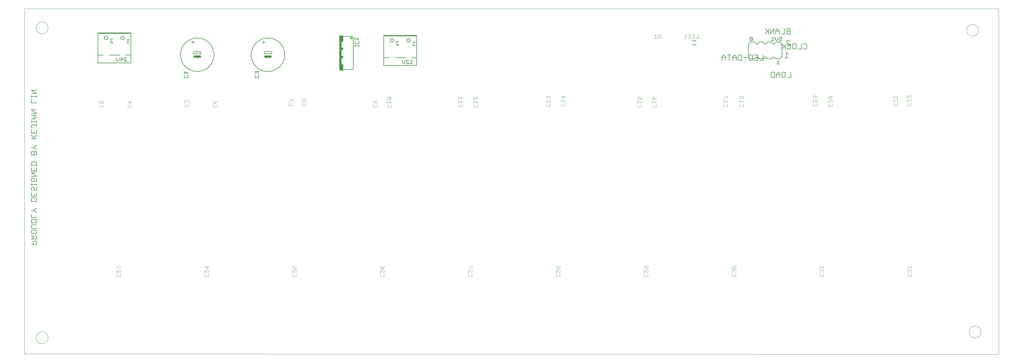
<source format=gbo>
G75*
%MOIN*%
%OFA0B0*%
%FSLAX25Y25*%
%IPPOS*%
%LPD*%
%AMOC8*
5,1,8,0,0,1.08239X$1,22.5*
%
%ADD10C,0.00000*%
%ADD11C,0.00600*%
%ADD12C,0.00500*%
%ADD13R,0.09000X0.02500*%
%ADD14R,0.03000X0.42000*%
%ADD15R,0.02000X0.07500*%
%ADD16R,0.02000X0.03000*%
%ADD17C,0.00400*%
%ADD18C,0.00040*%
%ADD19R,0.00787X0.00787*%
%ADD20R,0.00591X0.00984*%
D10*
X0001500Y0002000D02*
X0001500Y0415201D01*
X1165421Y0415201D01*
X1165421Y0001500D01*
X0001500Y0002000D01*
X0015413Y0021500D02*
X0015415Y0021674D01*
X0015422Y0021848D01*
X0015432Y0022021D01*
X0015447Y0022195D01*
X0015466Y0022368D01*
X0015490Y0022540D01*
X0015517Y0022712D01*
X0015549Y0022883D01*
X0015585Y0023053D01*
X0015625Y0023222D01*
X0015670Y0023390D01*
X0015718Y0023557D01*
X0015771Y0023723D01*
X0015827Y0023888D01*
X0015888Y0024051D01*
X0015952Y0024212D01*
X0016021Y0024372D01*
X0016093Y0024530D01*
X0016170Y0024686D01*
X0016250Y0024841D01*
X0016334Y0024993D01*
X0016421Y0025143D01*
X0016513Y0025292D01*
X0016607Y0025437D01*
X0016706Y0025581D01*
X0016808Y0025722D01*
X0016913Y0025860D01*
X0017022Y0025996D01*
X0017134Y0026129D01*
X0017249Y0026259D01*
X0017367Y0026387D01*
X0017489Y0026511D01*
X0017613Y0026633D01*
X0017741Y0026751D01*
X0017871Y0026866D01*
X0018004Y0026978D01*
X0018140Y0027087D01*
X0018278Y0027192D01*
X0018419Y0027294D01*
X0018563Y0027393D01*
X0018708Y0027487D01*
X0018857Y0027579D01*
X0019007Y0027666D01*
X0019159Y0027750D01*
X0019314Y0027830D01*
X0019470Y0027907D01*
X0019628Y0027979D01*
X0019788Y0028048D01*
X0019949Y0028112D01*
X0020112Y0028173D01*
X0020277Y0028229D01*
X0020443Y0028282D01*
X0020610Y0028330D01*
X0020778Y0028375D01*
X0020947Y0028415D01*
X0021117Y0028451D01*
X0021288Y0028483D01*
X0021460Y0028510D01*
X0021632Y0028534D01*
X0021805Y0028553D01*
X0021979Y0028568D01*
X0022152Y0028578D01*
X0022326Y0028585D01*
X0022500Y0028587D01*
X0022674Y0028585D01*
X0022848Y0028578D01*
X0023021Y0028568D01*
X0023195Y0028553D01*
X0023368Y0028534D01*
X0023540Y0028510D01*
X0023712Y0028483D01*
X0023883Y0028451D01*
X0024053Y0028415D01*
X0024222Y0028375D01*
X0024390Y0028330D01*
X0024557Y0028282D01*
X0024723Y0028229D01*
X0024888Y0028173D01*
X0025051Y0028112D01*
X0025212Y0028048D01*
X0025372Y0027979D01*
X0025530Y0027907D01*
X0025686Y0027830D01*
X0025841Y0027750D01*
X0025993Y0027666D01*
X0026143Y0027579D01*
X0026292Y0027487D01*
X0026437Y0027393D01*
X0026581Y0027294D01*
X0026722Y0027192D01*
X0026860Y0027087D01*
X0026996Y0026978D01*
X0027129Y0026866D01*
X0027259Y0026751D01*
X0027387Y0026633D01*
X0027511Y0026511D01*
X0027633Y0026387D01*
X0027751Y0026259D01*
X0027866Y0026129D01*
X0027978Y0025996D01*
X0028087Y0025860D01*
X0028192Y0025722D01*
X0028294Y0025581D01*
X0028393Y0025437D01*
X0028487Y0025292D01*
X0028579Y0025143D01*
X0028666Y0024993D01*
X0028750Y0024841D01*
X0028830Y0024686D01*
X0028907Y0024530D01*
X0028979Y0024372D01*
X0029048Y0024212D01*
X0029112Y0024051D01*
X0029173Y0023888D01*
X0029229Y0023723D01*
X0029282Y0023557D01*
X0029330Y0023390D01*
X0029375Y0023222D01*
X0029415Y0023053D01*
X0029451Y0022883D01*
X0029483Y0022712D01*
X0029510Y0022540D01*
X0029534Y0022368D01*
X0029553Y0022195D01*
X0029568Y0022021D01*
X0029578Y0021848D01*
X0029585Y0021674D01*
X0029587Y0021500D01*
X0029585Y0021326D01*
X0029578Y0021152D01*
X0029568Y0020979D01*
X0029553Y0020805D01*
X0029534Y0020632D01*
X0029510Y0020460D01*
X0029483Y0020288D01*
X0029451Y0020117D01*
X0029415Y0019947D01*
X0029375Y0019778D01*
X0029330Y0019610D01*
X0029282Y0019443D01*
X0029229Y0019277D01*
X0029173Y0019112D01*
X0029112Y0018949D01*
X0029048Y0018788D01*
X0028979Y0018628D01*
X0028907Y0018470D01*
X0028830Y0018314D01*
X0028750Y0018159D01*
X0028666Y0018007D01*
X0028579Y0017857D01*
X0028487Y0017708D01*
X0028393Y0017563D01*
X0028294Y0017419D01*
X0028192Y0017278D01*
X0028087Y0017140D01*
X0027978Y0017004D01*
X0027866Y0016871D01*
X0027751Y0016741D01*
X0027633Y0016613D01*
X0027511Y0016489D01*
X0027387Y0016367D01*
X0027259Y0016249D01*
X0027129Y0016134D01*
X0026996Y0016022D01*
X0026860Y0015913D01*
X0026722Y0015808D01*
X0026581Y0015706D01*
X0026437Y0015607D01*
X0026292Y0015513D01*
X0026143Y0015421D01*
X0025993Y0015334D01*
X0025841Y0015250D01*
X0025686Y0015170D01*
X0025530Y0015093D01*
X0025372Y0015021D01*
X0025212Y0014952D01*
X0025051Y0014888D01*
X0024888Y0014827D01*
X0024723Y0014771D01*
X0024557Y0014718D01*
X0024390Y0014670D01*
X0024222Y0014625D01*
X0024053Y0014585D01*
X0023883Y0014549D01*
X0023712Y0014517D01*
X0023540Y0014490D01*
X0023368Y0014466D01*
X0023195Y0014447D01*
X0023021Y0014432D01*
X0022848Y0014422D01*
X0022674Y0014415D01*
X0022500Y0014413D01*
X0022326Y0014415D01*
X0022152Y0014422D01*
X0021979Y0014432D01*
X0021805Y0014447D01*
X0021632Y0014466D01*
X0021460Y0014490D01*
X0021288Y0014517D01*
X0021117Y0014549D01*
X0020947Y0014585D01*
X0020778Y0014625D01*
X0020610Y0014670D01*
X0020443Y0014718D01*
X0020277Y0014771D01*
X0020112Y0014827D01*
X0019949Y0014888D01*
X0019788Y0014952D01*
X0019628Y0015021D01*
X0019470Y0015093D01*
X0019314Y0015170D01*
X0019159Y0015250D01*
X0019007Y0015334D01*
X0018857Y0015421D01*
X0018708Y0015513D01*
X0018563Y0015607D01*
X0018419Y0015706D01*
X0018278Y0015808D01*
X0018140Y0015913D01*
X0018004Y0016022D01*
X0017871Y0016134D01*
X0017741Y0016249D01*
X0017613Y0016367D01*
X0017489Y0016489D01*
X0017367Y0016613D01*
X0017249Y0016741D01*
X0017134Y0016871D01*
X0017022Y0017004D01*
X0016913Y0017140D01*
X0016808Y0017278D01*
X0016706Y0017419D01*
X0016607Y0017563D01*
X0016513Y0017708D01*
X0016421Y0017857D01*
X0016334Y0018007D01*
X0016250Y0018159D01*
X0016170Y0018314D01*
X0016093Y0018470D01*
X0016021Y0018628D01*
X0015952Y0018788D01*
X0015888Y0018949D01*
X0015827Y0019112D01*
X0015771Y0019277D01*
X0015718Y0019443D01*
X0015670Y0019610D01*
X0015625Y0019778D01*
X0015585Y0019947D01*
X0015549Y0020117D01*
X0015517Y0020288D01*
X0015490Y0020460D01*
X0015466Y0020632D01*
X0015447Y0020805D01*
X0015432Y0020979D01*
X0015422Y0021152D01*
X0015415Y0021326D01*
X0015413Y0021500D01*
X0015413Y0392500D02*
X0015415Y0392674D01*
X0015422Y0392848D01*
X0015432Y0393021D01*
X0015447Y0393195D01*
X0015466Y0393368D01*
X0015490Y0393540D01*
X0015517Y0393712D01*
X0015549Y0393883D01*
X0015585Y0394053D01*
X0015625Y0394222D01*
X0015670Y0394390D01*
X0015718Y0394557D01*
X0015771Y0394723D01*
X0015827Y0394888D01*
X0015888Y0395051D01*
X0015952Y0395212D01*
X0016021Y0395372D01*
X0016093Y0395530D01*
X0016170Y0395686D01*
X0016250Y0395841D01*
X0016334Y0395993D01*
X0016421Y0396143D01*
X0016513Y0396292D01*
X0016607Y0396437D01*
X0016706Y0396581D01*
X0016808Y0396722D01*
X0016913Y0396860D01*
X0017022Y0396996D01*
X0017134Y0397129D01*
X0017249Y0397259D01*
X0017367Y0397387D01*
X0017489Y0397511D01*
X0017613Y0397633D01*
X0017741Y0397751D01*
X0017871Y0397866D01*
X0018004Y0397978D01*
X0018140Y0398087D01*
X0018278Y0398192D01*
X0018419Y0398294D01*
X0018563Y0398393D01*
X0018708Y0398487D01*
X0018857Y0398579D01*
X0019007Y0398666D01*
X0019159Y0398750D01*
X0019314Y0398830D01*
X0019470Y0398907D01*
X0019628Y0398979D01*
X0019788Y0399048D01*
X0019949Y0399112D01*
X0020112Y0399173D01*
X0020277Y0399229D01*
X0020443Y0399282D01*
X0020610Y0399330D01*
X0020778Y0399375D01*
X0020947Y0399415D01*
X0021117Y0399451D01*
X0021288Y0399483D01*
X0021460Y0399510D01*
X0021632Y0399534D01*
X0021805Y0399553D01*
X0021979Y0399568D01*
X0022152Y0399578D01*
X0022326Y0399585D01*
X0022500Y0399587D01*
X0022674Y0399585D01*
X0022848Y0399578D01*
X0023021Y0399568D01*
X0023195Y0399553D01*
X0023368Y0399534D01*
X0023540Y0399510D01*
X0023712Y0399483D01*
X0023883Y0399451D01*
X0024053Y0399415D01*
X0024222Y0399375D01*
X0024390Y0399330D01*
X0024557Y0399282D01*
X0024723Y0399229D01*
X0024888Y0399173D01*
X0025051Y0399112D01*
X0025212Y0399048D01*
X0025372Y0398979D01*
X0025530Y0398907D01*
X0025686Y0398830D01*
X0025841Y0398750D01*
X0025993Y0398666D01*
X0026143Y0398579D01*
X0026292Y0398487D01*
X0026437Y0398393D01*
X0026581Y0398294D01*
X0026722Y0398192D01*
X0026860Y0398087D01*
X0026996Y0397978D01*
X0027129Y0397866D01*
X0027259Y0397751D01*
X0027387Y0397633D01*
X0027511Y0397511D01*
X0027633Y0397387D01*
X0027751Y0397259D01*
X0027866Y0397129D01*
X0027978Y0396996D01*
X0028087Y0396860D01*
X0028192Y0396722D01*
X0028294Y0396581D01*
X0028393Y0396437D01*
X0028487Y0396292D01*
X0028579Y0396143D01*
X0028666Y0395993D01*
X0028750Y0395841D01*
X0028830Y0395686D01*
X0028907Y0395530D01*
X0028979Y0395372D01*
X0029048Y0395212D01*
X0029112Y0395051D01*
X0029173Y0394888D01*
X0029229Y0394723D01*
X0029282Y0394557D01*
X0029330Y0394390D01*
X0029375Y0394222D01*
X0029415Y0394053D01*
X0029451Y0393883D01*
X0029483Y0393712D01*
X0029510Y0393540D01*
X0029534Y0393368D01*
X0029553Y0393195D01*
X0029568Y0393021D01*
X0029578Y0392848D01*
X0029585Y0392674D01*
X0029587Y0392500D01*
X0029585Y0392326D01*
X0029578Y0392152D01*
X0029568Y0391979D01*
X0029553Y0391805D01*
X0029534Y0391632D01*
X0029510Y0391460D01*
X0029483Y0391288D01*
X0029451Y0391117D01*
X0029415Y0390947D01*
X0029375Y0390778D01*
X0029330Y0390610D01*
X0029282Y0390443D01*
X0029229Y0390277D01*
X0029173Y0390112D01*
X0029112Y0389949D01*
X0029048Y0389788D01*
X0028979Y0389628D01*
X0028907Y0389470D01*
X0028830Y0389314D01*
X0028750Y0389159D01*
X0028666Y0389007D01*
X0028579Y0388857D01*
X0028487Y0388708D01*
X0028393Y0388563D01*
X0028294Y0388419D01*
X0028192Y0388278D01*
X0028087Y0388140D01*
X0027978Y0388004D01*
X0027866Y0387871D01*
X0027751Y0387741D01*
X0027633Y0387613D01*
X0027511Y0387489D01*
X0027387Y0387367D01*
X0027259Y0387249D01*
X0027129Y0387134D01*
X0026996Y0387022D01*
X0026860Y0386913D01*
X0026722Y0386808D01*
X0026581Y0386706D01*
X0026437Y0386607D01*
X0026292Y0386513D01*
X0026143Y0386421D01*
X0025993Y0386334D01*
X0025841Y0386250D01*
X0025686Y0386170D01*
X0025530Y0386093D01*
X0025372Y0386021D01*
X0025212Y0385952D01*
X0025051Y0385888D01*
X0024888Y0385827D01*
X0024723Y0385771D01*
X0024557Y0385718D01*
X0024390Y0385670D01*
X0024222Y0385625D01*
X0024053Y0385585D01*
X0023883Y0385549D01*
X0023712Y0385517D01*
X0023540Y0385490D01*
X0023368Y0385466D01*
X0023195Y0385447D01*
X0023021Y0385432D01*
X0022848Y0385422D01*
X0022674Y0385415D01*
X0022500Y0385413D01*
X0022326Y0385415D01*
X0022152Y0385422D01*
X0021979Y0385432D01*
X0021805Y0385447D01*
X0021632Y0385466D01*
X0021460Y0385490D01*
X0021288Y0385517D01*
X0021117Y0385549D01*
X0020947Y0385585D01*
X0020778Y0385625D01*
X0020610Y0385670D01*
X0020443Y0385718D01*
X0020277Y0385771D01*
X0020112Y0385827D01*
X0019949Y0385888D01*
X0019788Y0385952D01*
X0019628Y0386021D01*
X0019470Y0386093D01*
X0019314Y0386170D01*
X0019159Y0386250D01*
X0019007Y0386334D01*
X0018857Y0386421D01*
X0018708Y0386513D01*
X0018563Y0386607D01*
X0018419Y0386706D01*
X0018278Y0386808D01*
X0018140Y0386913D01*
X0018004Y0387022D01*
X0017871Y0387134D01*
X0017741Y0387249D01*
X0017613Y0387367D01*
X0017489Y0387489D01*
X0017367Y0387613D01*
X0017249Y0387741D01*
X0017134Y0387871D01*
X0017022Y0388004D01*
X0016913Y0388140D01*
X0016808Y0388278D01*
X0016706Y0388419D01*
X0016607Y0388563D01*
X0016513Y0388708D01*
X0016421Y0388857D01*
X0016334Y0389007D01*
X0016250Y0389159D01*
X0016170Y0389314D01*
X0016093Y0389470D01*
X0016021Y0389628D01*
X0015952Y0389788D01*
X0015888Y0389949D01*
X0015827Y0390112D01*
X0015771Y0390277D01*
X0015718Y0390443D01*
X0015670Y0390610D01*
X0015625Y0390778D01*
X0015585Y0390947D01*
X0015549Y0391117D01*
X0015517Y0391288D01*
X0015490Y0391460D01*
X0015466Y0391632D01*
X0015447Y0391805D01*
X0015432Y0391979D01*
X0015422Y0392152D01*
X0015415Y0392326D01*
X0015413Y0392500D01*
X1126913Y0389500D02*
X1126915Y0389674D01*
X1126922Y0389848D01*
X1126932Y0390021D01*
X1126947Y0390195D01*
X1126966Y0390368D01*
X1126990Y0390540D01*
X1127017Y0390712D01*
X1127049Y0390883D01*
X1127085Y0391053D01*
X1127125Y0391222D01*
X1127170Y0391390D01*
X1127218Y0391557D01*
X1127271Y0391723D01*
X1127327Y0391888D01*
X1127388Y0392051D01*
X1127452Y0392212D01*
X1127521Y0392372D01*
X1127593Y0392530D01*
X1127670Y0392686D01*
X1127750Y0392841D01*
X1127834Y0392993D01*
X1127921Y0393143D01*
X1128013Y0393292D01*
X1128107Y0393437D01*
X1128206Y0393581D01*
X1128308Y0393722D01*
X1128413Y0393860D01*
X1128522Y0393996D01*
X1128634Y0394129D01*
X1128749Y0394259D01*
X1128867Y0394387D01*
X1128989Y0394511D01*
X1129113Y0394633D01*
X1129241Y0394751D01*
X1129371Y0394866D01*
X1129504Y0394978D01*
X1129640Y0395087D01*
X1129778Y0395192D01*
X1129919Y0395294D01*
X1130063Y0395393D01*
X1130208Y0395487D01*
X1130357Y0395579D01*
X1130507Y0395666D01*
X1130659Y0395750D01*
X1130814Y0395830D01*
X1130970Y0395907D01*
X1131128Y0395979D01*
X1131288Y0396048D01*
X1131449Y0396112D01*
X1131612Y0396173D01*
X1131777Y0396229D01*
X1131943Y0396282D01*
X1132110Y0396330D01*
X1132278Y0396375D01*
X1132447Y0396415D01*
X1132617Y0396451D01*
X1132788Y0396483D01*
X1132960Y0396510D01*
X1133132Y0396534D01*
X1133305Y0396553D01*
X1133479Y0396568D01*
X1133652Y0396578D01*
X1133826Y0396585D01*
X1134000Y0396587D01*
X1134174Y0396585D01*
X1134348Y0396578D01*
X1134521Y0396568D01*
X1134695Y0396553D01*
X1134868Y0396534D01*
X1135040Y0396510D01*
X1135212Y0396483D01*
X1135383Y0396451D01*
X1135553Y0396415D01*
X1135722Y0396375D01*
X1135890Y0396330D01*
X1136057Y0396282D01*
X1136223Y0396229D01*
X1136388Y0396173D01*
X1136551Y0396112D01*
X1136712Y0396048D01*
X1136872Y0395979D01*
X1137030Y0395907D01*
X1137186Y0395830D01*
X1137341Y0395750D01*
X1137493Y0395666D01*
X1137643Y0395579D01*
X1137792Y0395487D01*
X1137937Y0395393D01*
X1138081Y0395294D01*
X1138222Y0395192D01*
X1138360Y0395087D01*
X1138496Y0394978D01*
X1138629Y0394866D01*
X1138759Y0394751D01*
X1138887Y0394633D01*
X1139011Y0394511D01*
X1139133Y0394387D01*
X1139251Y0394259D01*
X1139366Y0394129D01*
X1139478Y0393996D01*
X1139587Y0393860D01*
X1139692Y0393722D01*
X1139794Y0393581D01*
X1139893Y0393437D01*
X1139987Y0393292D01*
X1140079Y0393143D01*
X1140166Y0392993D01*
X1140250Y0392841D01*
X1140330Y0392686D01*
X1140407Y0392530D01*
X1140479Y0392372D01*
X1140548Y0392212D01*
X1140612Y0392051D01*
X1140673Y0391888D01*
X1140729Y0391723D01*
X1140782Y0391557D01*
X1140830Y0391390D01*
X1140875Y0391222D01*
X1140915Y0391053D01*
X1140951Y0390883D01*
X1140983Y0390712D01*
X1141010Y0390540D01*
X1141034Y0390368D01*
X1141053Y0390195D01*
X1141068Y0390021D01*
X1141078Y0389848D01*
X1141085Y0389674D01*
X1141087Y0389500D01*
X1141085Y0389326D01*
X1141078Y0389152D01*
X1141068Y0388979D01*
X1141053Y0388805D01*
X1141034Y0388632D01*
X1141010Y0388460D01*
X1140983Y0388288D01*
X1140951Y0388117D01*
X1140915Y0387947D01*
X1140875Y0387778D01*
X1140830Y0387610D01*
X1140782Y0387443D01*
X1140729Y0387277D01*
X1140673Y0387112D01*
X1140612Y0386949D01*
X1140548Y0386788D01*
X1140479Y0386628D01*
X1140407Y0386470D01*
X1140330Y0386314D01*
X1140250Y0386159D01*
X1140166Y0386007D01*
X1140079Y0385857D01*
X1139987Y0385708D01*
X1139893Y0385563D01*
X1139794Y0385419D01*
X1139692Y0385278D01*
X1139587Y0385140D01*
X1139478Y0385004D01*
X1139366Y0384871D01*
X1139251Y0384741D01*
X1139133Y0384613D01*
X1139011Y0384489D01*
X1138887Y0384367D01*
X1138759Y0384249D01*
X1138629Y0384134D01*
X1138496Y0384022D01*
X1138360Y0383913D01*
X1138222Y0383808D01*
X1138081Y0383706D01*
X1137937Y0383607D01*
X1137792Y0383513D01*
X1137643Y0383421D01*
X1137493Y0383334D01*
X1137341Y0383250D01*
X1137186Y0383170D01*
X1137030Y0383093D01*
X1136872Y0383021D01*
X1136712Y0382952D01*
X1136551Y0382888D01*
X1136388Y0382827D01*
X1136223Y0382771D01*
X1136057Y0382718D01*
X1135890Y0382670D01*
X1135722Y0382625D01*
X1135553Y0382585D01*
X1135383Y0382549D01*
X1135212Y0382517D01*
X1135040Y0382490D01*
X1134868Y0382466D01*
X1134695Y0382447D01*
X1134521Y0382432D01*
X1134348Y0382422D01*
X1134174Y0382415D01*
X1134000Y0382413D01*
X1133826Y0382415D01*
X1133652Y0382422D01*
X1133479Y0382432D01*
X1133305Y0382447D01*
X1133132Y0382466D01*
X1132960Y0382490D01*
X1132788Y0382517D01*
X1132617Y0382549D01*
X1132447Y0382585D01*
X1132278Y0382625D01*
X1132110Y0382670D01*
X1131943Y0382718D01*
X1131777Y0382771D01*
X1131612Y0382827D01*
X1131449Y0382888D01*
X1131288Y0382952D01*
X1131128Y0383021D01*
X1130970Y0383093D01*
X1130814Y0383170D01*
X1130659Y0383250D01*
X1130507Y0383334D01*
X1130357Y0383421D01*
X1130208Y0383513D01*
X1130063Y0383607D01*
X1129919Y0383706D01*
X1129778Y0383808D01*
X1129640Y0383913D01*
X1129504Y0384022D01*
X1129371Y0384134D01*
X1129241Y0384249D01*
X1129113Y0384367D01*
X1128989Y0384489D01*
X1128867Y0384613D01*
X1128749Y0384741D01*
X1128634Y0384871D01*
X1128522Y0385004D01*
X1128413Y0385140D01*
X1128308Y0385278D01*
X1128206Y0385419D01*
X1128107Y0385563D01*
X1128013Y0385708D01*
X1127921Y0385857D01*
X1127834Y0386007D01*
X1127750Y0386159D01*
X1127670Y0386314D01*
X1127593Y0386470D01*
X1127521Y0386628D01*
X1127452Y0386788D01*
X1127388Y0386949D01*
X1127327Y0387112D01*
X1127271Y0387277D01*
X1127218Y0387443D01*
X1127170Y0387610D01*
X1127125Y0387778D01*
X1127085Y0387947D01*
X1127049Y0388117D01*
X1127017Y0388288D01*
X1126990Y0388460D01*
X1126966Y0388632D01*
X1126947Y0388805D01*
X1126932Y0388979D01*
X1126922Y0389152D01*
X1126915Y0389326D01*
X1126913Y0389500D01*
X1129913Y0028500D02*
X1129915Y0028674D01*
X1129922Y0028848D01*
X1129932Y0029021D01*
X1129947Y0029195D01*
X1129966Y0029368D01*
X1129990Y0029540D01*
X1130017Y0029712D01*
X1130049Y0029883D01*
X1130085Y0030053D01*
X1130125Y0030222D01*
X1130170Y0030390D01*
X1130218Y0030557D01*
X1130271Y0030723D01*
X1130327Y0030888D01*
X1130388Y0031051D01*
X1130452Y0031212D01*
X1130521Y0031372D01*
X1130593Y0031530D01*
X1130670Y0031686D01*
X1130750Y0031841D01*
X1130834Y0031993D01*
X1130921Y0032143D01*
X1131013Y0032292D01*
X1131107Y0032437D01*
X1131206Y0032581D01*
X1131308Y0032722D01*
X1131413Y0032860D01*
X1131522Y0032996D01*
X1131634Y0033129D01*
X1131749Y0033259D01*
X1131867Y0033387D01*
X1131989Y0033511D01*
X1132113Y0033633D01*
X1132241Y0033751D01*
X1132371Y0033866D01*
X1132504Y0033978D01*
X1132640Y0034087D01*
X1132778Y0034192D01*
X1132919Y0034294D01*
X1133063Y0034393D01*
X1133208Y0034487D01*
X1133357Y0034579D01*
X1133507Y0034666D01*
X1133659Y0034750D01*
X1133814Y0034830D01*
X1133970Y0034907D01*
X1134128Y0034979D01*
X1134288Y0035048D01*
X1134449Y0035112D01*
X1134612Y0035173D01*
X1134777Y0035229D01*
X1134943Y0035282D01*
X1135110Y0035330D01*
X1135278Y0035375D01*
X1135447Y0035415D01*
X1135617Y0035451D01*
X1135788Y0035483D01*
X1135960Y0035510D01*
X1136132Y0035534D01*
X1136305Y0035553D01*
X1136479Y0035568D01*
X1136652Y0035578D01*
X1136826Y0035585D01*
X1137000Y0035587D01*
X1137174Y0035585D01*
X1137348Y0035578D01*
X1137521Y0035568D01*
X1137695Y0035553D01*
X1137868Y0035534D01*
X1138040Y0035510D01*
X1138212Y0035483D01*
X1138383Y0035451D01*
X1138553Y0035415D01*
X1138722Y0035375D01*
X1138890Y0035330D01*
X1139057Y0035282D01*
X1139223Y0035229D01*
X1139388Y0035173D01*
X1139551Y0035112D01*
X1139712Y0035048D01*
X1139872Y0034979D01*
X1140030Y0034907D01*
X1140186Y0034830D01*
X1140341Y0034750D01*
X1140493Y0034666D01*
X1140643Y0034579D01*
X1140792Y0034487D01*
X1140937Y0034393D01*
X1141081Y0034294D01*
X1141222Y0034192D01*
X1141360Y0034087D01*
X1141496Y0033978D01*
X1141629Y0033866D01*
X1141759Y0033751D01*
X1141887Y0033633D01*
X1142011Y0033511D01*
X1142133Y0033387D01*
X1142251Y0033259D01*
X1142366Y0033129D01*
X1142478Y0032996D01*
X1142587Y0032860D01*
X1142692Y0032722D01*
X1142794Y0032581D01*
X1142893Y0032437D01*
X1142987Y0032292D01*
X1143079Y0032143D01*
X1143166Y0031993D01*
X1143250Y0031841D01*
X1143330Y0031686D01*
X1143407Y0031530D01*
X1143479Y0031372D01*
X1143548Y0031212D01*
X1143612Y0031051D01*
X1143673Y0030888D01*
X1143729Y0030723D01*
X1143782Y0030557D01*
X1143830Y0030390D01*
X1143875Y0030222D01*
X1143915Y0030053D01*
X1143951Y0029883D01*
X1143983Y0029712D01*
X1144010Y0029540D01*
X1144034Y0029368D01*
X1144053Y0029195D01*
X1144068Y0029021D01*
X1144078Y0028848D01*
X1144085Y0028674D01*
X1144087Y0028500D01*
X1144085Y0028326D01*
X1144078Y0028152D01*
X1144068Y0027979D01*
X1144053Y0027805D01*
X1144034Y0027632D01*
X1144010Y0027460D01*
X1143983Y0027288D01*
X1143951Y0027117D01*
X1143915Y0026947D01*
X1143875Y0026778D01*
X1143830Y0026610D01*
X1143782Y0026443D01*
X1143729Y0026277D01*
X1143673Y0026112D01*
X1143612Y0025949D01*
X1143548Y0025788D01*
X1143479Y0025628D01*
X1143407Y0025470D01*
X1143330Y0025314D01*
X1143250Y0025159D01*
X1143166Y0025007D01*
X1143079Y0024857D01*
X1142987Y0024708D01*
X1142893Y0024563D01*
X1142794Y0024419D01*
X1142692Y0024278D01*
X1142587Y0024140D01*
X1142478Y0024004D01*
X1142366Y0023871D01*
X1142251Y0023741D01*
X1142133Y0023613D01*
X1142011Y0023489D01*
X1141887Y0023367D01*
X1141759Y0023249D01*
X1141629Y0023134D01*
X1141496Y0023022D01*
X1141360Y0022913D01*
X1141222Y0022808D01*
X1141081Y0022706D01*
X1140937Y0022607D01*
X1140792Y0022513D01*
X1140643Y0022421D01*
X1140493Y0022334D01*
X1140341Y0022250D01*
X1140186Y0022170D01*
X1140030Y0022093D01*
X1139872Y0022021D01*
X1139712Y0021952D01*
X1139551Y0021888D01*
X1139388Y0021827D01*
X1139223Y0021771D01*
X1139057Y0021718D01*
X1138890Y0021670D01*
X1138722Y0021625D01*
X1138553Y0021585D01*
X1138383Y0021549D01*
X1138212Y0021517D01*
X1138040Y0021490D01*
X1137868Y0021466D01*
X1137695Y0021447D01*
X1137521Y0021432D01*
X1137348Y0021422D01*
X1137174Y0021415D01*
X1137000Y0021413D01*
X1136826Y0021415D01*
X1136652Y0021422D01*
X1136479Y0021432D01*
X1136305Y0021447D01*
X1136132Y0021466D01*
X1135960Y0021490D01*
X1135788Y0021517D01*
X1135617Y0021549D01*
X1135447Y0021585D01*
X1135278Y0021625D01*
X1135110Y0021670D01*
X1134943Y0021718D01*
X1134777Y0021771D01*
X1134612Y0021827D01*
X1134449Y0021888D01*
X1134288Y0021952D01*
X1134128Y0022021D01*
X1133970Y0022093D01*
X1133814Y0022170D01*
X1133659Y0022250D01*
X1133507Y0022334D01*
X1133357Y0022421D01*
X1133208Y0022513D01*
X1133063Y0022607D01*
X1132919Y0022706D01*
X1132778Y0022808D01*
X1132640Y0022913D01*
X1132504Y0023022D01*
X1132371Y0023134D01*
X1132241Y0023249D01*
X1132113Y0023367D01*
X1131989Y0023489D01*
X1131867Y0023613D01*
X1131749Y0023741D01*
X1131634Y0023871D01*
X1131522Y0024004D01*
X1131413Y0024140D01*
X1131308Y0024278D01*
X1131206Y0024419D01*
X1131107Y0024563D01*
X1131013Y0024708D01*
X1130921Y0024857D01*
X1130834Y0025007D01*
X1130750Y0025159D01*
X1130670Y0025314D01*
X1130593Y0025470D01*
X1130521Y0025628D01*
X1130452Y0025788D01*
X1130388Y0025949D01*
X1130327Y0026112D01*
X1130271Y0026277D01*
X1130218Y0026443D01*
X1130170Y0026610D01*
X1130125Y0026778D01*
X1130085Y0026947D01*
X1130049Y0027117D01*
X1130017Y0027288D01*
X1129990Y0027460D01*
X1129966Y0027632D01*
X1129947Y0027805D01*
X1129932Y0027979D01*
X1129922Y0028152D01*
X1129915Y0028326D01*
X1129913Y0028500D01*
D11*
X0916982Y0332800D02*
X0912712Y0332800D01*
X0910537Y0333868D02*
X0909469Y0332800D01*
X0907334Y0332800D01*
X0906266Y0333868D01*
X0906266Y0338138D01*
X0907334Y0339205D01*
X0909469Y0339205D01*
X0910537Y0338138D01*
X0910537Y0333868D01*
X0916982Y0332800D02*
X0916982Y0339205D01*
X0904091Y0337070D02*
X0901956Y0339205D01*
X0899821Y0337070D01*
X0899821Y0332800D01*
X0897646Y0332800D02*
X0894443Y0332800D01*
X0893375Y0333868D01*
X0893375Y0338138D01*
X0894443Y0339205D01*
X0897646Y0339205D01*
X0897646Y0332800D01*
X0899821Y0336003D02*
X0904091Y0336003D01*
X0904091Y0337070D02*
X0904091Y0332800D01*
X0884200Y0353300D02*
X0879930Y0353300D01*
X0879000Y0355000D02*
X0884000Y0355000D01*
X0886500Y0357500D01*
X0889000Y0355000D01*
X0894000Y0355000D01*
X0896500Y0357500D01*
X0899000Y0355000D01*
X0904000Y0355000D01*
X0906500Y0357500D01*
X0906500Y0372500D01*
X0904000Y0375000D01*
X0899000Y0375000D01*
X0896500Y0372500D01*
X0894000Y0375000D01*
X0889000Y0375000D01*
X0886500Y0372500D01*
X0884000Y0375000D01*
X0879000Y0375000D01*
X0876500Y0372500D01*
X0874000Y0375000D01*
X0869000Y0375000D01*
X0866500Y0372500D01*
X0866500Y0357500D01*
X0869000Y0355000D01*
X0874000Y0355000D01*
X0876500Y0357500D01*
X0879000Y0355000D01*
X0877755Y0356503D02*
X0875619Y0356503D01*
X0873484Y0359705D02*
X0877755Y0359705D01*
X0877755Y0353300D01*
X0873484Y0353300D01*
X0871309Y0353300D02*
X0868106Y0353300D01*
X0867039Y0354368D01*
X0867039Y0358638D01*
X0868106Y0359705D01*
X0871309Y0359705D01*
X0871309Y0353300D01*
X0864864Y0356503D02*
X0860593Y0356503D01*
X0858418Y0359705D02*
X0858418Y0353300D01*
X0855215Y0353300D01*
X0854148Y0354368D01*
X0854148Y0358638D01*
X0855215Y0359705D01*
X0858418Y0359705D01*
X0851973Y0357570D02*
X0849837Y0359705D01*
X0847702Y0357570D01*
X0847702Y0353300D01*
X0847702Y0356503D02*
X0851973Y0356503D01*
X0851973Y0357570D02*
X0851973Y0353300D01*
X0843392Y0353300D02*
X0843392Y0359705D01*
X0845527Y0359705D02*
X0841257Y0359705D01*
X0839082Y0357570D02*
X0836946Y0359705D01*
X0834811Y0357570D01*
X0834811Y0353300D01*
X0834811Y0356503D02*
X0839082Y0356503D01*
X0839082Y0357570D02*
X0839082Y0353300D01*
X0884200Y0353300D02*
X0884200Y0359705D01*
X0906148Y0366800D02*
X0909350Y0370003D01*
X0910418Y0368935D02*
X0906148Y0373205D01*
X0910418Y0373205D02*
X0910418Y0366800D01*
X0912593Y0367868D02*
X0913661Y0366800D01*
X0915796Y0366800D01*
X0916864Y0367868D01*
X0916864Y0372138D01*
X0915796Y0373205D01*
X0913661Y0373205D01*
X0912593Y0372138D01*
X0911930Y0370800D02*
X0916200Y0370800D01*
X0911930Y0375070D01*
X0911930Y0376138D01*
X0912997Y0377205D01*
X0915132Y0377205D01*
X0916200Y0376138D01*
X0920106Y0373205D02*
X0919039Y0372138D01*
X0919039Y0367868D01*
X0920106Y0366800D01*
X0922241Y0366800D01*
X0923309Y0367868D01*
X0923309Y0372138D01*
X0922241Y0373205D01*
X0920106Y0373205D01*
X0929755Y0373205D02*
X0929755Y0366800D01*
X0925484Y0366800D01*
X0931930Y0367868D02*
X0932997Y0366800D01*
X0935132Y0366800D01*
X0936200Y0367868D01*
X0936200Y0372138D01*
X0935132Y0373205D01*
X0932997Y0373205D01*
X0931930Y0372138D01*
X0916200Y0384800D02*
X0912997Y0384800D01*
X0911930Y0385868D01*
X0911930Y0386935D01*
X0912997Y0388003D01*
X0916200Y0388003D01*
X0916200Y0391205D02*
X0912997Y0391205D01*
X0911930Y0390138D01*
X0911930Y0389070D01*
X0912997Y0388003D01*
X0916200Y0384800D02*
X0916200Y0391205D01*
X0909755Y0391205D02*
X0909755Y0384800D01*
X0905484Y0384800D01*
X0903309Y0384800D02*
X0903309Y0389070D01*
X0901174Y0391205D01*
X0899039Y0389070D01*
X0899039Y0384800D01*
X0896864Y0384800D02*
X0896864Y0391205D01*
X0892593Y0384800D01*
X0892593Y0391205D01*
X0890418Y0391205D02*
X0890418Y0384800D01*
X0890418Y0386935D02*
X0886148Y0391205D01*
X0889350Y0388003D02*
X0886148Y0384800D01*
X0899039Y0388003D02*
X0903309Y0388003D01*
X0912065Y0362705D02*
X0912065Y0356300D01*
X0914200Y0356300D02*
X0909930Y0356300D01*
X0914200Y0360570D02*
X0912065Y0362705D01*
X0470142Y0356402D02*
X0470142Y0347000D01*
X0430843Y0347000D01*
X0430843Y0356402D01*
X0430843Y0382402D01*
X0470142Y0382402D01*
X0470142Y0383201D01*
X0430843Y0383201D01*
X0430843Y0382402D01*
X0438643Y0377200D02*
X0438645Y0377289D01*
X0438651Y0377378D01*
X0438661Y0377467D01*
X0438675Y0377555D01*
X0438692Y0377642D01*
X0438714Y0377728D01*
X0438740Y0377814D01*
X0438769Y0377898D01*
X0438802Y0377981D01*
X0438838Y0378062D01*
X0438879Y0378142D01*
X0438922Y0378219D01*
X0438969Y0378295D01*
X0439020Y0378368D01*
X0439073Y0378439D01*
X0439130Y0378508D01*
X0439190Y0378574D01*
X0439253Y0378638D01*
X0439318Y0378698D01*
X0439386Y0378756D01*
X0439457Y0378810D01*
X0439530Y0378861D01*
X0439605Y0378909D01*
X0439682Y0378954D01*
X0439761Y0378995D01*
X0439842Y0379032D01*
X0439924Y0379066D01*
X0440008Y0379097D01*
X0440093Y0379123D01*
X0440179Y0379146D01*
X0440266Y0379164D01*
X0440354Y0379179D01*
X0440443Y0379190D01*
X0440532Y0379197D01*
X0440621Y0379200D01*
X0440710Y0379199D01*
X0440799Y0379194D01*
X0440887Y0379185D01*
X0440976Y0379172D01*
X0441063Y0379155D01*
X0441150Y0379135D01*
X0441236Y0379110D01*
X0441320Y0379082D01*
X0441403Y0379050D01*
X0441485Y0379014D01*
X0441565Y0378975D01*
X0441643Y0378932D01*
X0441719Y0378886D01*
X0441793Y0378836D01*
X0441865Y0378783D01*
X0441934Y0378727D01*
X0442001Y0378668D01*
X0442065Y0378606D01*
X0442126Y0378542D01*
X0442185Y0378474D01*
X0442240Y0378404D01*
X0442292Y0378332D01*
X0442341Y0378257D01*
X0442386Y0378181D01*
X0442428Y0378102D01*
X0442466Y0378022D01*
X0442501Y0377940D01*
X0442532Y0377856D01*
X0442560Y0377771D01*
X0442583Y0377685D01*
X0442603Y0377598D01*
X0442619Y0377511D01*
X0442631Y0377422D01*
X0442639Y0377334D01*
X0442643Y0377245D01*
X0442643Y0377155D01*
X0442639Y0377066D01*
X0442631Y0376978D01*
X0442619Y0376889D01*
X0442603Y0376802D01*
X0442583Y0376715D01*
X0442560Y0376629D01*
X0442532Y0376544D01*
X0442501Y0376460D01*
X0442466Y0376378D01*
X0442428Y0376298D01*
X0442386Y0376219D01*
X0442341Y0376143D01*
X0442292Y0376068D01*
X0442240Y0375996D01*
X0442185Y0375926D01*
X0442126Y0375858D01*
X0442065Y0375794D01*
X0442001Y0375732D01*
X0441934Y0375673D01*
X0441865Y0375617D01*
X0441793Y0375564D01*
X0441719Y0375514D01*
X0441643Y0375468D01*
X0441565Y0375425D01*
X0441485Y0375386D01*
X0441403Y0375350D01*
X0441320Y0375318D01*
X0441236Y0375290D01*
X0441150Y0375265D01*
X0441063Y0375245D01*
X0440976Y0375228D01*
X0440887Y0375215D01*
X0440799Y0375206D01*
X0440710Y0375201D01*
X0440621Y0375200D01*
X0440532Y0375203D01*
X0440443Y0375210D01*
X0440354Y0375221D01*
X0440266Y0375236D01*
X0440179Y0375254D01*
X0440093Y0375277D01*
X0440008Y0375303D01*
X0439924Y0375334D01*
X0439842Y0375368D01*
X0439761Y0375405D01*
X0439682Y0375446D01*
X0439605Y0375491D01*
X0439530Y0375539D01*
X0439457Y0375590D01*
X0439386Y0375644D01*
X0439318Y0375702D01*
X0439253Y0375762D01*
X0439190Y0375826D01*
X0439130Y0375892D01*
X0439073Y0375961D01*
X0439020Y0376032D01*
X0438969Y0376105D01*
X0438922Y0376181D01*
X0438879Y0376258D01*
X0438838Y0376338D01*
X0438802Y0376419D01*
X0438769Y0376502D01*
X0438740Y0376586D01*
X0438714Y0376672D01*
X0438692Y0376758D01*
X0438675Y0376845D01*
X0438661Y0376933D01*
X0438651Y0377022D01*
X0438645Y0377111D01*
X0438643Y0377200D01*
X0458343Y0377200D02*
X0458345Y0377289D01*
X0458351Y0377378D01*
X0458361Y0377467D01*
X0458375Y0377555D01*
X0458392Y0377642D01*
X0458414Y0377728D01*
X0458440Y0377814D01*
X0458469Y0377898D01*
X0458502Y0377981D01*
X0458538Y0378062D01*
X0458579Y0378142D01*
X0458622Y0378219D01*
X0458669Y0378295D01*
X0458720Y0378368D01*
X0458773Y0378439D01*
X0458830Y0378508D01*
X0458890Y0378574D01*
X0458953Y0378638D01*
X0459018Y0378698D01*
X0459086Y0378756D01*
X0459157Y0378810D01*
X0459230Y0378861D01*
X0459305Y0378909D01*
X0459382Y0378954D01*
X0459461Y0378995D01*
X0459542Y0379032D01*
X0459624Y0379066D01*
X0459708Y0379097D01*
X0459793Y0379123D01*
X0459879Y0379146D01*
X0459966Y0379164D01*
X0460054Y0379179D01*
X0460143Y0379190D01*
X0460232Y0379197D01*
X0460321Y0379200D01*
X0460410Y0379199D01*
X0460499Y0379194D01*
X0460587Y0379185D01*
X0460676Y0379172D01*
X0460763Y0379155D01*
X0460850Y0379135D01*
X0460936Y0379110D01*
X0461020Y0379082D01*
X0461103Y0379050D01*
X0461185Y0379014D01*
X0461265Y0378975D01*
X0461343Y0378932D01*
X0461419Y0378886D01*
X0461493Y0378836D01*
X0461565Y0378783D01*
X0461634Y0378727D01*
X0461701Y0378668D01*
X0461765Y0378606D01*
X0461826Y0378542D01*
X0461885Y0378474D01*
X0461940Y0378404D01*
X0461992Y0378332D01*
X0462041Y0378257D01*
X0462086Y0378181D01*
X0462128Y0378102D01*
X0462166Y0378022D01*
X0462201Y0377940D01*
X0462232Y0377856D01*
X0462260Y0377771D01*
X0462283Y0377685D01*
X0462303Y0377598D01*
X0462319Y0377511D01*
X0462331Y0377422D01*
X0462339Y0377334D01*
X0462343Y0377245D01*
X0462343Y0377155D01*
X0462339Y0377066D01*
X0462331Y0376978D01*
X0462319Y0376889D01*
X0462303Y0376802D01*
X0462283Y0376715D01*
X0462260Y0376629D01*
X0462232Y0376544D01*
X0462201Y0376460D01*
X0462166Y0376378D01*
X0462128Y0376298D01*
X0462086Y0376219D01*
X0462041Y0376143D01*
X0461992Y0376068D01*
X0461940Y0375996D01*
X0461885Y0375926D01*
X0461826Y0375858D01*
X0461765Y0375794D01*
X0461701Y0375732D01*
X0461634Y0375673D01*
X0461565Y0375617D01*
X0461493Y0375564D01*
X0461419Y0375514D01*
X0461343Y0375468D01*
X0461265Y0375425D01*
X0461185Y0375386D01*
X0461103Y0375350D01*
X0461020Y0375318D01*
X0460936Y0375290D01*
X0460850Y0375265D01*
X0460763Y0375245D01*
X0460676Y0375228D01*
X0460587Y0375215D01*
X0460499Y0375206D01*
X0460410Y0375201D01*
X0460321Y0375200D01*
X0460232Y0375203D01*
X0460143Y0375210D01*
X0460054Y0375221D01*
X0459966Y0375236D01*
X0459879Y0375254D01*
X0459793Y0375277D01*
X0459708Y0375303D01*
X0459624Y0375334D01*
X0459542Y0375368D01*
X0459461Y0375405D01*
X0459382Y0375446D01*
X0459305Y0375491D01*
X0459230Y0375539D01*
X0459157Y0375590D01*
X0459086Y0375644D01*
X0459018Y0375702D01*
X0458953Y0375762D01*
X0458890Y0375826D01*
X0458830Y0375892D01*
X0458773Y0375961D01*
X0458720Y0376032D01*
X0458669Y0376105D01*
X0458622Y0376181D01*
X0458579Y0376258D01*
X0458538Y0376338D01*
X0458502Y0376419D01*
X0458469Y0376502D01*
X0458440Y0376586D01*
X0458414Y0376672D01*
X0458392Y0376758D01*
X0458375Y0376845D01*
X0458361Y0376933D01*
X0458351Y0377022D01*
X0458345Y0377111D01*
X0458343Y0377200D01*
X0470142Y0382402D02*
X0470142Y0356402D01*
X0463843Y0356402D01*
X0456843Y0356402D02*
X0444142Y0356402D01*
X0437142Y0356402D02*
X0430843Y0356402D01*
X0297000Y0361000D02*
X0288000Y0361000D01*
X0288000Y0363500D01*
X0292500Y0363500D01*
X0297000Y0363500D01*
X0297000Y0361000D01*
X0272500Y0360000D02*
X0272506Y0360491D01*
X0272524Y0360981D01*
X0272554Y0361471D01*
X0272596Y0361960D01*
X0272650Y0362448D01*
X0272716Y0362935D01*
X0272794Y0363419D01*
X0272884Y0363902D01*
X0272986Y0364382D01*
X0273099Y0364860D01*
X0273224Y0365334D01*
X0273361Y0365806D01*
X0273509Y0366274D01*
X0273669Y0366738D01*
X0273840Y0367198D01*
X0274022Y0367654D01*
X0274216Y0368105D01*
X0274420Y0368551D01*
X0274636Y0368992D01*
X0274862Y0369428D01*
X0275098Y0369858D01*
X0275345Y0370282D01*
X0275603Y0370700D01*
X0275871Y0371111D01*
X0276148Y0371516D01*
X0276436Y0371914D01*
X0276733Y0372305D01*
X0277040Y0372688D01*
X0277356Y0373063D01*
X0277681Y0373431D01*
X0278015Y0373791D01*
X0278358Y0374142D01*
X0278709Y0374485D01*
X0279069Y0374819D01*
X0279437Y0375144D01*
X0279812Y0375460D01*
X0280195Y0375767D01*
X0280586Y0376064D01*
X0280984Y0376352D01*
X0281389Y0376629D01*
X0281800Y0376897D01*
X0282218Y0377155D01*
X0282642Y0377402D01*
X0283072Y0377638D01*
X0283508Y0377864D01*
X0283949Y0378080D01*
X0284395Y0378284D01*
X0284846Y0378478D01*
X0285302Y0378660D01*
X0285762Y0378831D01*
X0286226Y0378991D01*
X0286694Y0379139D01*
X0287166Y0379276D01*
X0287640Y0379401D01*
X0288118Y0379514D01*
X0288598Y0379616D01*
X0289081Y0379706D01*
X0289565Y0379784D01*
X0290052Y0379850D01*
X0290540Y0379904D01*
X0291029Y0379946D01*
X0291519Y0379976D01*
X0292009Y0379994D01*
X0292500Y0380000D01*
X0292991Y0379994D01*
X0293481Y0379976D01*
X0293971Y0379946D01*
X0294460Y0379904D01*
X0294948Y0379850D01*
X0295435Y0379784D01*
X0295919Y0379706D01*
X0296402Y0379616D01*
X0296882Y0379514D01*
X0297360Y0379401D01*
X0297834Y0379276D01*
X0298306Y0379139D01*
X0298774Y0378991D01*
X0299238Y0378831D01*
X0299698Y0378660D01*
X0300154Y0378478D01*
X0300605Y0378284D01*
X0301051Y0378080D01*
X0301492Y0377864D01*
X0301928Y0377638D01*
X0302358Y0377402D01*
X0302782Y0377155D01*
X0303200Y0376897D01*
X0303611Y0376629D01*
X0304016Y0376352D01*
X0304414Y0376064D01*
X0304805Y0375767D01*
X0305188Y0375460D01*
X0305563Y0375144D01*
X0305931Y0374819D01*
X0306291Y0374485D01*
X0306642Y0374142D01*
X0306985Y0373791D01*
X0307319Y0373431D01*
X0307644Y0373063D01*
X0307960Y0372688D01*
X0308267Y0372305D01*
X0308564Y0371914D01*
X0308852Y0371516D01*
X0309129Y0371111D01*
X0309397Y0370700D01*
X0309655Y0370282D01*
X0309902Y0369858D01*
X0310138Y0369428D01*
X0310364Y0368992D01*
X0310580Y0368551D01*
X0310784Y0368105D01*
X0310978Y0367654D01*
X0311160Y0367198D01*
X0311331Y0366738D01*
X0311491Y0366274D01*
X0311639Y0365806D01*
X0311776Y0365334D01*
X0311901Y0364860D01*
X0312014Y0364382D01*
X0312116Y0363902D01*
X0312206Y0363419D01*
X0312284Y0362935D01*
X0312350Y0362448D01*
X0312404Y0361960D01*
X0312446Y0361471D01*
X0312476Y0360981D01*
X0312494Y0360491D01*
X0312500Y0360000D01*
X0312494Y0359509D01*
X0312476Y0359019D01*
X0312446Y0358529D01*
X0312404Y0358040D01*
X0312350Y0357552D01*
X0312284Y0357065D01*
X0312206Y0356581D01*
X0312116Y0356098D01*
X0312014Y0355618D01*
X0311901Y0355140D01*
X0311776Y0354666D01*
X0311639Y0354194D01*
X0311491Y0353726D01*
X0311331Y0353262D01*
X0311160Y0352802D01*
X0310978Y0352346D01*
X0310784Y0351895D01*
X0310580Y0351449D01*
X0310364Y0351008D01*
X0310138Y0350572D01*
X0309902Y0350142D01*
X0309655Y0349718D01*
X0309397Y0349300D01*
X0309129Y0348889D01*
X0308852Y0348484D01*
X0308564Y0348086D01*
X0308267Y0347695D01*
X0307960Y0347312D01*
X0307644Y0346937D01*
X0307319Y0346569D01*
X0306985Y0346209D01*
X0306642Y0345858D01*
X0306291Y0345515D01*
X0305931Y0345181D01*
X0305563Y0344856D01*
X0305188Y0344540D01*
X0304805Y0344233D01*
X0304414Y0343936D01*
X0304016Y0343648D01*
X0303611Y0343371D01*
X0303200Y0343103D01*
X0302782Y0342845D01*
X0302358Y0342598D01*
X0301928Y0342362D01*
X0301492Y0342136D01*
X0301051Y0341920D01*
X0300605Y0341716D01*
X0300154Y0341522D01*
X0299698Y0341340D01*
X0299238Y0341169D01*
X0298774Y0341009D01*
X0298306Y0340861D01*
X0297834Y0340724D01*
X0297360Y0340599D01*
X0296882Y0340486D01*
X0296402Y0340384D01*
X0295919Y0340294D01*
X0295435Y0340216D01*
X0294948Y0340150D01*
X0294460Y0340096D01*
X0293971Y0340054D01*
X0293481Y0340024D01*
X0292991Y0340006D01*
X0292500Y0340000D01*
X0292009Y0340006D01*
X0291519Y0340024D01*
X0291029Y0340054D01*
X0290540Y0340096D01*
X0290052Y0340150D01*
X0289565Y0340216D01*
X0289081Y0340294D01*
X0288598Y0340384D01*
X0288118Y0340486D01*
X0287640Y0340599D01*
X0287166Y0340724D01*
X0286694Y0340861D01*
X0286226Y0341009D01*
X0285762Y0341169D01*
X0285302Y0341340D01*
X0284846Y0341522D01*
X0284395Y0341716D01*
X0283949Y0341920D01*
X0283508Y0342136D01*
X0283072Y0342362D01*
X0282642Y0342598D01*
X0282218Y0342845D01*
X0281800Y0343103D01*
X0281389Y0343371D01*
X0280984Y0343648D01*
X0280586Y0343936D01*
X0280195Y0344233D01*
X0279812Y0344540D01*
X0279437Y0344856D01*
X0279069Y0345181D01*
X0278709Y0345515D01*
X0278358Y0345858D01*
X0278015Y0346209D01*
X0277681Y0346569D01*
X0277356Y0346937D01*
X0277040Y0347312D01*
X0276733Y0347695D01*
X0276436Y0348086D01*
X0276148Y0348484D01*
X0275871Y0348889D01*
X0275603Y0349300D01*
X0275345Y0349718D01*
X0275098Y0350142D01*
X0274862Y0350572D01*
X0274636Y0351008D01*
X0274420Y0351449D01*
X0274216Y0351895D01*
X0274022Y0352346D01*
X0273840Y0352802D01*
X0273669Y0353262D01*
X0273509Y0353726D01*
X0273361Y0354194D01*
X0273224Y0354666D01*
X0273099Y0355140D01*
X0272986Y0355618D01*
X0272884Y0356098D01*
X0272794Y0356581D01*
X0272716Y0357065D01*
X0272650Y0357552D01*
X0272596Y0358040D01*
X0272554Y0358529D01*
X0272524Y0359019D01*
X0272506Y0359509D01*
X0272500Y0360000D01*
X0292500Y0357500D02*
X0292500Y0355500D01*
X0292500Y0363500D02*
X0292500Y0364500D01*
X0287500Y0373500D02*
X0287500Y0376500D01*
X0286000Y0375000D02*
X0289000Y0375000D01*
X0212500Y0363500D02*
X0212500Y0361000D01*
X0203500Y0361000D01*
X0203500Y0363500D01*
X0208000Y0363500D01*
X0212500Y0363500D01*
X0208000Y0363500D02*
X0208000Y0364500D01*
X0188000Y0360000D02*
X0188006Y0360491D01*
X0188024Y0360981D01*
X0188054Y0361471D01*
X0188096Y0361960D01*
X0188150Y0362448D01*
X0188216Y0362935D01*
X0188294Y0363419D01*
X0188384Y0363902D01*
X0188486Y0364382D01*
X0188599Y0364860D01*
X0188724Y0365334D01*
X0188861Y0365806D01*
X0189009Y0366274D01*
X0189169Y0366738D01*
X0189340Y0367198D01*
X0189522Y0367654D01*
X0189716Y0368105D01*
X0189920Y0368551D01*
X0190136Y0368992D01*
X0190362Y0369428D01*
X0190598Y0369858D01*
X0190845Y0370282D01*
X0191103Y0370700D01*
X0191371Y0371111D01*
X0191648Y0371516D01*
X0191936Y0371914D01*
X0192233Y0372305D01*
X0192540Y0372688D01*
X0192856Y0373063D01*
X0193181Y0373431D01*
X0193515Y0373791D01*
X0193858Y0374142D01*
X0194209Y0374485D01*
X0194569Y0374819D01*
X0194937Y0375144D01*
X0195312Y0375460D01*
X0195695Y0375767D01*
X0196086Y0376064D01*
X0196484Y0376352D01*
X0196889Y0376629D01*
X0197300Y0376897D01*
X0197718Y0377155D01*
X0198142Y0377402D01*
X0198572Y0377638D01*
X0199008Y0377864D01*
X0199449Y0378080D01*
X0199895Y0378284D01*
X0200346Y0378478D01*
X0200802Y0378660D01*
X0201262Y0378831D01*
X0201726Y0378991D01*
X0202194Y0379139D01*
X0202666Y0379276D01*
X0203140Y0379401D01*
X0203618Y0379514D01*
X0204098Y0379616D01*
X0204581Y0379706D01*
X0205065Y0379784D01*
X0205552Y0379850D01*
X0206040Y0379904D01*
X0206529Y0379946D01*
X0207019Y0379976D01*
X0207509Y0379994D01*
X0208000Y0380000D01*
X0208491Y0379994D01*
X0208981Y0379976D01*
X0209471Y0379946D01*
X0209960Y0379904D01*
X0210448Y0379850D01*
X0210935Y0379784D01*
X0211419Y0379706D01*
X0211902Y0379616D01*
X0212382Y0379514D01*
X0212860Y0379401D01*
X0213334Y0379276D01*
X0213806Y0379139D01*
X0214274Y0378991D01*
X0214738Y0378831D01*
X0215198Y0378660D01*
X0215654Y0378478D01*
X0216105Y0378284D01*
X0216551Y0378080D01*
X0216992Y0377864D01*
X0217428Y0377638D01*
X0217858Y0377402D01*
X0218282Y0377155D01*
X0218700Y0376897D01*
X0219111Y0376629D01*
X0219516Y0376352D01*
X0219914Y0376064D01*
X0220305Y0375767D01*
X0220688Y0375460D01*
X0221063Y0375144D01*
X0221431Y0374819D01*
X0221791Y0374485D01*
X0222142Y0374142D01*
X0222485Y0373791D01*
X0222819Y0373431D01*
X0223144Y0373063D01*
X0223460Y0372688D01*
X0223767Y0372305D01*
X0224064Y0371914D01*
X0224352Y0371516D01*
X0224629Y0371111D01*
X0224897Y0370700D01*
X0225155Y0370282D01*
X0225402Y0369858D01*
X0225638Y0369428D01*
X0225864Y0368992D01*
X0226080Y0368551D01*
X0226284Y0368105D01*
X0226478Y0367654D01*
X0226660Y0367198D01*
X0226831Y0366738D01*
X0226991Y0366274D01*
X0227139Y0365806D01*
X0227276Y0365334D01*
X0227401Y0364860D01*
X0227514Y0364382D01*
X0227616Y0363902D01*
X0227706Y0363419D01*
X0227784Y0362935D01*
X0227850Y0362448D01*
X0227904Y0361960D01*
X0227946Y0361471D01*
X0227976Y0360981D01*
X0227994Y0360491D01*
X0228000Y0360000D01*
X0227994Y0359509D01*
X0227976Y0359019D01*
X0227946Y0358529D01*
X0227904Y0358040D01*
X0227850Y0357552D01*
X0227784Y0357065D01*
X0227706Y0356581D01*
X0227616Y0356098D01*
X0227514Y0355618D01*
X0227401Y0355140D01*
X0227276Y0354666D01*
X0227139Y0354194D01*
X0226991Y0353726D01*
X0226831Y0353262D01*
X0226660Y0352802D01*
X0226478Y0352346D01*
X0226284Y0351895D01*
X0226080Y0351449D01*
X0225864Y0351008D01*
X0225638Y0350572D01*
X0225402Y0350142D01*
X0225155Y0349718D01*
X0224897Y0349300D01*
X0224629Y0348889D01*
X0224352Y0348484D01*
X0224064Y0348086D01*
X0223767Y0347695D01*
X0223460Y0347312D01*
X0223144Y0346937D01*
X0222819Y0346569D01*
X0222485Y0346209D01*
X0222142Y0345858D01*
X0221791Y0345515D01*
X0221431Y0345181D01*
X0221063Y0344856D01*
X0220688Y0344540D01*
X0220305Y0344233D01*
X0219914Y0343936D01*
X0219516Y0343648D01*
X0219111Y0343371D01*
X0218700Y0343103D01*
X0218282Y0342845D01*
X0217858Y0342598D01*
X0217428Y0342362D01*
X0216992Y0342136D01*
X0216551Y0341920D01*
X0216105Y0341716D01*
X0215654Y0341522D01*
X0215198Y0341340D01*
X0214738Y0341169D01*
X0214274Y0341009D01*
X0213806Y0340861D01*
X0213334Y0340724D01*
X0212860Y0340599D01*
X0212382Y0340486D01*
X0211902Y0340384D01*
X0211419Y0340294D01*
X0210935Y0340216D01*
X0210448Y0340150D01*
X0209960Y0340096D01*
X0209471Y0340054D01*
X0208981Y0340024D01*
X0208491Y0340006D01*
X0208000Y0340000D01*
X0207509Y0340006D01*
X0207019Y0340024D01*
X0206529Y0340054D01*
X0206040Y0340096D01*
X0205552Y0340150D01*
X0205065Y0340216D01*
X0204581Y0340294D01*
X0204098Y0340384D01*
X0203618Y0340486D01*
X0203140Y0340599D01*
X0202666Y0340724D01*
X0202194Y0340861D01*
X0201726Y0341009D01*
X0201262Y0341169D01*
X0200802Y0341340D01*
X0200346Y0341522D01*
X0199895Y0341716D01*
X0199449Y0341920D01*
X0199008Y0342136D01*
X0198572Y0342362D01*
X0198142Y0342598D01*
X0197718Y0342845D01*
X0197300Y0343103D01*
X0196889Y0343371D01*
X0196484Y0343648D01*
X0196086Y0343936D01*
X0195695Y0344233D01*
X0195312Y0344540D01*
X0194937Y0344856D01*
X0194569Y0345181D01*
X0194209Y0345515D01*
X0193858Y0345858D01*
X0193515Y0346209D01*
X0193181Y0346569D01*
X0192856Y0346937D01*
X0192540Y0347312D01*
X0192233Y0347695D01*
X0191936Y0348086D01*
X0191648Y0348484D01*
X0191371Y0348889D01*
X0191103Y0349300D01*
X0190845Y0349718D01*
X0190598Y0350142D01*
X0190362Y0350572D01*
X0190136Y0351008D01*
X0189920Y0351449D01*
X0189716Y0351895D01*
X0189522Y0352346D01*
X0189340Y0352802D01*
X0189169Y0353262D01*
X0189009Y0353726D01*
X0188861Y0354194D01*
X0188724Y0354666D01*
X0188599Y0355140D01*
X0188486Y0355618D01*
X0188384Y0356098D01*
X0188294Y0356581D01*
X0188216Y0357065D01*
X0188150Y0357552D01*
X0188096Y0358040D01*
X0188054Y0358529D01*
X0188024Y0359019D01*
X0188006Y0359509D01*
X0188000Y0360000D01*
X0208000Y0357500D02*
X0208000Y0355500D01*
X0203000Y0373500D02*
X0203000Y0376500D01*
X0201500Y0375000D02*
X0204500Y0375000D01*
X0128642Y0385402D02*
X0128642Y0359402D01*
X0122343Y0359402D01*
X0128642Y0359402D02*
X0128642Y0350000D01*
X0089343Y0350000D01*
X0089343Y0359402D01*
X0089343Y0385402D01*
X0128642Y0385402D01*
X0128642Y0386201D01*
X0089343Y0386201D01*
X0089343Y0385402D01*
X0097143Y0380200D02*
X0097145Y0380289D01*
X0097151Y0380378D01*
X0097161Y0380467D01*
X0097175Y0380555D01*
X0097192Y0380642D01*
X0097214Y0380728D01*
X0097240Y0380814D01*
X0097269Y0380898D01*
X0097302Y0380981D01*
X0097338Y0381062D01*
X0097379Y0381142D01*
X0097422Y0381219D01*
X0097469Y0381295D01*
X0097520Y0381368D01*
X0097573Y0381439D01*
X0097630Y0381508D01*
X0097690Y0381574D01*
X0097753Y0381638D01*
X0097818Y0381698D01*
X0097886Y0381756D01*
X0097957Y0381810D01*
X0098030Y0381861D01*
X0098105Y0381909D01*
X0098182Y0381954D01*
X0098261Y0381995D01*
X0098342Y0382032D01*
X0098424Y0382066D01*
X0098508Y0382097D01*
X0098593Y0382123D01*
X0098679Y0382146D01*
X0098766Y0382164D01*
X0098854Y0382179D01*
X0098943Y0382190D01*
X0099032Y0382197D01*
X0099121Y0382200D01*
X0099210Y0382199D01*
X0099299Y0382194D01*
X0099387Y0382185D01*
X0099476Y0382172D01*
X0099563Y0382155D01*
X0099650Y0382135D01*
X0099736Y0382110D01*
X0099820Y0382082D01*
X0099903Y0382050D01*
X0099985Y0382014D01*
X0100065Y0381975D01*
X0100143Y0381932D01*
X0100219Y0381886D01*
X0100293Y0381836D01*
X0100365Y0381783D01*
X0100434Y0381727D01*
X0100501Y0381668D01*
X0100565Y0381606D01*
X0100626Y0381542D01*
X0100685Y0381474D01*
X0100740Y0381404D01*
X0100792Y0381332D01*
X0100841Y0381257D01*
X0100886Y0381181D01*
X0100928Y0381102D01*
X0100966Y0381022D01*
X0101001Y0380940D01*
X0101032Y0380856D01*
X0101060Y0380771D01*
X0101083Y0380685D01*
X0101103Y0380598D01*
X0101119Y0380511D01*
X0101131Y0380422D01*
X0101139Y0380334D01*
X0101143Y0380245D01*
X0101143Y0380155D01*
X0101139Y0380066D01*
X0101131Y0379978D01*
X0101119Y0379889D01*
X0101103Y0379802D01*
X0101083Y0379715D01*
X0101060Y0379629D01*
X0101032Y0379544D01*
X0101001Y0379460D01*
X0100966Y0379378D01*
X0100928Y0379298D01*
X0100886Y0379219D01*
X0100841Y0379143D01*
X0100792Y0379068D01*
X0100740Y0378996D01*
X0100685Y0378926D01*
X0100626Y0378858D01*
X0100565Y0378794D01*
X0100501Y0378732D01*
X0100434Y0378673D01*
X0100365Y0378617D01*
X0100293Y0378564D01*
X0100219Y0378514D01*
X0100143Y0378468D01*
X0100065Y0378425D01*
X0099985Y0378386D01*
X0099903Y0378350D01*
X0099820Y0378318D01*
X0099736Y0378290D01*
X0099650Y0378265D01*
X0099563Y0378245D01*
X0099476Y0378228D01*
X0099387Y0378215D01*
X0099299Y0378206D01*
X0099210Y0378201D01*
X0099121Y0378200D01*
X0099032Y0378203D01*
X0098943Y0378210D01*
X0098854Y0378221D01*
X0098766Y0378236D01*
X0098679Y0378254D01*
X0098593Y0378277D01*
X0098508Y0378303D01*
X0098424Y0378334D01*
X0098342Y0378368D01*
X0098261Y0378405D01*
X0098182Y0378446D01*
X0098105Y0378491D01*
X0098030Y0378539D01*
X0097957Y0378590D01*
X0097886Y0378644D01*
X0097818Y0378702D01*
X0097753Y0378762D01*
X0097690Y0378826D01*
X0097630Y0378892D01*
X0097573Y0378961D01*
X0097520Y0379032D01*
X0097469Y0379105D01*
X0097422Y0379181D01*
X0097379Y0379258D01*
X0097338Y0379338D01*
X0097302Y0379419D01*
X0097269Y0379502D01*
X0097240Y0379586D01*
X0097214Y0379672D01*
X0097192Y0379758D01*
X0097175Y0379845D01*
X0097161Y0379933D01*
X0097151Y0380022D01*
X0097145Y0380111D01*
X0097143Y0380200D01*
X0116843Y0380200D02*
X0116845Y0380289D01*
X0116851Y0380378D01*
X0116861Y0380467D01*
X0116875Y0380555D01*
X0116892Y0380642D01*
X0116914Y0380728D01*
X0116940Y0380814D01*
X0116969Y0380898D01*
X0117002Y0380981D01*
X0117038Y0381062D01*
X0117079Y0381142D01*
X0117122Y0381219D01*
X0117169Y0381295D01*
X0117220Y0381368D01*
X0117273Y0381439D01*
X0117330Y0381508D01*
X0117390Y0381574D01*
X0117453Y0381638D01*
X0117518Y0381698D01*
X0117586Y0381756D01*
X0117657Y0381810D01*
X0117730Y0381861D01*
X0117805Y0381909D01*
X0117882Y0381954D01*
X0117961Y0381995D01*
X0118042Y0382032D01*
X0118124Y0382066D01*
X0118208Y0382097D01*
X0118293Y0382123D01*
X0118379Y0382146D01*
X0118466Y0382164D01*
X0118554Y0382179D01*
X0118643Y0382190D01*
X0118732Y0382197D01*
X0118821Y0382200D01*
X0118910Y0382199D01*
X0118999Y0382194D01*
X0119087Y0382185D01*
X0119176Y0382172D01*
X0119263Y0382155D01*
X0119350Y0382135D01*
X0119436Y0382110D01*
X0119520Y0382082D01*
X0119603Y0382050D01*
X0119685Y0382014D01*
X0119765Y0381975D01*
X0119843Y0381932D01*
X0119919Y0381886D01*
X0119993Y0381836D01*
X0120065Y0381783D01*
X0120134Y0381727D01*
X0120201Y0381668D01*
X0120265Y0381606D01*
X0120326Y0381542D01*
X0120385Y0381474D01*
X0120440Y0381404D01*
X0120492Y0381332D01*
X0120541Y0381257D01*
X0120586Y0381181D01*
X0120628Y0381102D01*
X0120666Y0381022D01*
X0120701Y0380940D01*
X0120732Y0380856D01*
X0120760Y0380771D01*
X0120783Y0380685D01*
X0120803Y0380598D01*
X0120819Y0380511D01*
X0120831Y0380422D01*
X0120839Y0380334D01*
X0120843Y0380245D01*
X0120843Y0380155D01*
X0120839Y0380066D01*
X0120831Y0379978D01*
X0120819Y0379889D01*
X0120803Y0379802D01*
X0120783Y0379715D01*
X0120760Y0379629D01*
X0120732Y0379544D01*
X0120701Y0379460D01*
X0120666Y0379378D01*
X0120628Y0379298D01*
X0120586Y0379219D01*
X0120541Y0379143D01*
X0120492Y0379068D01*
X0120440Y0378996D01*
X0120385Y0378926D01*
X0120326Y0378858D01*
X0120265Y0378794D01*
X0120201Y0378732D01*
X0120134Y0378673D01*
X0120065Y0378617D01*
X0119993Y0378564D01*
X0119919Y0378514D01*
X0119843Y0378468D01*
X0119765Y0378425D01*
X0119685Y0378386D01*
X0119603Y0378350D01*
X0119520Y0378318D01*
X0119436Y0378290D01*
X0119350Y0378265D01*
X0119263Y0378245D01*
X0119176Y0378228D01*
X0119087Y0378215D01*
X0118999Y0378206D01*
X0118910Y0378201D01*
X0118821Y0378200D01*
X0118732Y0378203D01*
X0118643Y0378210D01*
X0118554Y0378221D01*
X0118466Y0378236D01*
X0118379Y0378254D01*
X0118293Y0378277D01*
X0118208Y0378303D01*
X0118124Y0378334D01*
X0118042Y0378368D01*
X0117961Y0378405D01*
X0117882Y0378446D01*
X0117805Y0378491D01*
X0117730Y0378539D01*
X0117657Y0378590D01*
X0117586Y0378644D01*
X0117518Y0378702D01*
X0117453Y0378762D01*
X0117390Y0378826D01*
X0117330Y0378892D01*
X0117273Y0378961D01*
X0117220Y0379032D01*
X0117169Y0379105D01*
X0117122Y0379181D01*
X0117079Y0379258D01*
X0117038Y0379338D01*
X0117002Y0379419D01*
X0116969Y0379502D01*
X0116940Y0379586D01*
X0116914Y0379672D01*
X0116892Y0379758D01*
X0116875Y0379845D01*
X0116861Y0379933D01*
X0116851Y0380022D01*
X0116845Y0380111D01*
X0116843Y0380200D01*
X0115343Y0359402D02*
X0102642Y0359402D01*
X0095642Y0359402D02*
X0089343Y0359402D01*
X0016205Y0317624D02*
X0009800Y0317624D01*
X0016205Y0313354D01*
X0009800Y0313354D01*
X0009800Y0311192D02*
X0009800Y0309057D01*
X0009800Y0310125D02*
X0016205Y0310125D01*
X0016205Y0311192D02*
X0016205Y0309057D01*
X0009800Y0306882D02*
X0009800Y0302612D01*
X0016205Y0302612D01*
X0016205Y0293991D02*
X0009800Y0293991D01*
X0016205Y0289721D01*
X0009800Y0289721D01*
X0009800Y0287545D02*
X0014070Y0287545D01*
X0016205Y0285410D01*
X0014070Y0283275D01*
X0009800Y0283275D01*
X0009800Y0281113D02*
X0009800Y0278978D01*
X0009800Y0280046D02*
X0016205Y0280046D01*
X0016205Y0281113D02*
X0016205Y0278978D01*
X0016205Y0276803D02*
X0016205Y0274668D01*
X0016205Y0275735D02*
X0010868Y0275735D01*
X0009800Y0274668D01*
X0009800Y0273600D01*
X0010868Y0272533D01*
X0009800Y0270357D02*
X0009800Y0266087D01*
X0016205Y0266087D01*
X0016205Y0270357D01*
X0013003Y0268222D02*
X0013003Y0266087D01*
X0016205Y0263912D02*
X0011935Y0259642D01*
X0013003Y0260709D02*
X0009800Y0263912D01*
X0009800Y0259642D02*
X0016205Y0259642D01*
X0016205Y0251021D02*
X0015138Y0251021D01*
X0013003Y0248886D01*
X0009800Y0248886D01*
X0013003Y0248886D02*
X0015138Y0246751D01*
X0016205Y0246751D01*
X0015138Y0244576D02*
X0014070Y0244576D01*
X0013003Y0243508D01*
X0013003Y0240305D01*
X0016205Y0240305D02*
X0016205Y0243508D01*
X0015138Y0244576D01*
X0013003Y0243508D02*
X0011935Y0244576D01*
X0010868Y0244576D01*
X0009800Y0243508D01*
X0009800Y0240305D01*
X0016205Y0240305D01*
X0015138Y0231685D02*
X0010868Y0231685D01*
X0009800Y0230617D01*
X0009800Y0227414D01*
X0016205Y0227414D01*
X0016205Y0230617D01*
X0015138Y0231685D01*
X0016205Y0225239D02*
X0016205Y0220969D01*
X0009800Y0220969D01*
X0009800Y0225239D01*
X0013003Y0223104D02*
X0013003Y0220969D01*
X0016205Y0218794D02*
X0009800Y0218794D01*
X0016205Y0214523D01*
X0009800Y0214523D01*
X0010868Y0212348D02*
X0013003Y0212348D01*
X0013003Y0210213D01*
X0015138Y0212348D02*
X0016205Y0211280D01*
X0016205Y0209145D01*
X0015138Y0208078D01*
X0010868Y0208078D01*
X0009800Y0209145D01*
X0009800Y0211280D01*
X0010868Y0212348D01*
X0009800Y0205916D02*
X0009800Y0203781D01*
X0009800Y0204848D02*
X0016205Y0204848D01*
X0016205Y0203781D02*
X0016205Y0205916D01*
X0015138Y0201606D02*
X0016205Y0200538D01*
X0016205Y0198403D01*
X0015138Y0197335D01*
X0014070Y0197335D01*
X0013003Y0198403D01*
X0013003Y0200538D01*
X0011935Y0201606D01*
X0010868Y0201606D01*
X0009800Y0200538D01*
X0009800Y0198403D01*
X0010868Y0197335D01*
X0009800Y0195160D02*
X0009800Y0190890D01*
X0016205Y0190890D01*
X0016205Y0195160D01*
X0013003Y0193025D02*
X0013003Y0190890D01*
X0015138Y0188715D02*
X0016205Y0187647D01*
X0016205Y0184444D01*
X0009800Y0184444D01*
X0009800Y0187647D01*
X0010868Y0188715D01*
X0015138Y0188715D01*
X0015138Y0175824D02*
X0016205Y0175824D01*
X0015138Y0175824D02*
X0013003Y0173688D01*
X0009800Y0173688D01*
X0013003Y0173688D02*
X0015138Y0171553D01*
X0016205Y0171553D01*
X0009800Y0169378D02*
X0009800Y0165108D01*
X0016205Y0165108D01*
X0015138Y0162933D02*
X0016205Y0161865D01*
X0016205Y0158662D01*
X0009800Y0158662D01*
X0009800Y0161865D01*
X0010868Y0162933D01*
X0015138Y0162933D01*
X0016205Y0156487D02*
X0010868Y0156487D01*
X0009800Y0155419D01*
X0009800Y0153284D01*
X0010868Y0152217D01*
X0016205Y0152217D01*
X0015138Y0150042D02*
X0010868Y0150042D01*
X0009800Y0148974D01*
X0009800Y0146839D01*
X0010868Y0145771D01*
X0015138Y0145771D01*
X0016205Y0146839D01*
X0016205Y0148974D01*
X0015138Y0150042D01*
X0015138Y0143596D02*
X0013003Y0143596D01*
X0011935Y0142528D01*
X0011935Y0139326D01*
X0011935Y0141461D02*
X0009800Y0143596D01*
X0009800Y0139326D02*
X0016205Y0139326D01*
X0016205Y0142528D01*
X0015138Y0143596D01*
X0015138Y0137151D02*
X0013003Y0137151D01*
X0011935Y0136083D01*
X0011935Y0132880D01*
X0009800Y0132880D02*
X0016205Y0132880D01*
X0016205Y0136083D01*
X0015138Y0137151D01*
X0013003Y0283275D02*
X0013003Y0287545D01*
D12*
X0192450Y0333293D02*
X0192450Y0334794D01*
X0193201Y0335545D01*
X0192450Y0337146D02*
X0192450Y0340149D01*
X0192450Y0338647D02*
X0196954Y0338647D01*
X0195453Y0337146D01*
X0196203Y0335545D02*
X0196954Y0334794D01*
X0196954Y0333293D01*
X0196203Y0332542D01*
X0193201Y0332542D01*
X0192450Y0333293D01*
X0123893Y0352050D02*
X0120890Y0355053D01*
X0120890Y0355803D01*
X0121641Y0356554D01*
X0123142Y0356554D01*
X0123893Y0355803D01*
X0123893Y0352050D02*
X0120890Y0352050D01*
X0119289Y0354302D02*
X0116286Y0354302D01*
X0114685Y0353551D02*
X0113183Y0352050D01*
X0111682Y0353551D01*
X0111682Y0356554D01*
X0114685Y0356554D02*
X0114685Y0353551D01*
X0117037Y0352050D02*
X0117037Y0356554D01*
X0119289Y0354302D01*
X0123590Y0374250D02*
X0126593Y0374250D01*
X0125091Y0374250D02*
X0125091Y0378754D01*
X0126593Y0377253D01*
X0107093Y0378003D02*
X0106342Y0378754D01*
X0104841Y0378754D01*
X0104090Y0378003D01*
X0104090Y0377253D01*
X0107093Y0374250D01*
X0104090Y0374250D01*
X0276950Y0339398D02*
X0276950Y0337897D01*
X0277701Y0337146D01*
X0277701Y0335545D02*
X0276950Y0334794D01*
X0276950Y0333293D01*
X0277701Y0332542D01*
X0280703Y0332542D01*
X0281454Y0333293D01*
X0281454Y0334794D01*
X0280703Y0335545D01*
X0280703Y0337146D02*
X0281454Y0337897D01*
X0281454Y0339398D01*
X0280703Y0340149D01*
X0279953Y0340149D01*
X0279202Y0339398D01*
X0278451Y0340149D01*
X0277701Y0340149D01*
X0276950Y0339398D01*
X0279202Y0339398D02*
X0279202Y0338647D01*
X0382000Y0342000D02*
X0393500Y0342500D01*
X0394500Y0343500D01*
X0394500Y0380500D01*
X0393500Y0381500D01*
X0382000Y0382000D01*
X0391100Y0379700D02*
X0391102Y0379763D01*
X0391108Y0379825D01*
X0391118Y0379887D01*
X0391131Y0379949D01*
X0391149Y0380009D01*
X0391170Y0380068D01*
X0391195Y0380126D01*
X0391224Y0380182D01*
X0391256Y0380236D01*
X0391291Y0380288D01*
X0391329Y0380337D01*
X0391371Y0380385D01*
X0391415Y0380429D01*
X0391463Y0380471D01*
X0391512Y0380509D01*
X0391564Y0380544D01*
X0391618Y0380576D01*
X0391674Y0380605D01*
X0391732Y0380630D01*
X0391791Y0380651D01*
X0391851Y0380669D01*
X0391913Y0380682D01*
X0391975Y0380692D01*
X0392037Y0380698D01*
X0392100Y0380700D01*
X0392163Y0380698D01*
X0392225Y0380692D01*
X0392287Y0380682D01*
X0392349Y0380669D01*
X0392409Y0380651D01*
X0392468Y0380630D01*
X0392526Y0380605D01*
X0392582Y0380576D01*
X0392636Y0380544D01*
X0392688Y0380509D01*
X0392737Y0380471D01*
X0392785Y0380429D01*
X0392829Y0380385D01*
X0392871Y0380337D01*
X0392909Y0380288D01*
X0392944Y0380236D01*
X0392976Y0380182D01*
X0393005Y0380126D01*
X0393030Y0380068D01*
X0393051Y0380009D01*
X0393069Y0379949D01*
X0393082Y0379887D01*
X0393092Y0379825D01*
X0393098Y0379763D01*
X0393100Y0379700D01*
X0393098Y0379637D01*
X0393092Y0379575D01*
X0393082Y0379513D01*
X0393069Y0379451D01*
X0393051Y0379391D01*
X0393030Y0379332D01*
X0393005Y0379274D01*
X0392976Y0379218D01*
X0392944Y0379164D01*
X0392909Y0379112D01*
X0392871Y0379063D01*
X0392829Y0379015D01*
X0392785Y0378971D01*
X0392737Y0378929D01*
X0392688Y0378891D01*
X0392636Y0378856D01*
X0392582Y0378824D01*
X0392526Y0378795D01*
X0392468Y0378770D01*
X0392409Y0378749D01*
X0392349Y0378731D01*
X0392287Y0378718D01*
X0392225Y0378708D01*
X0392163Y0378702D01*
X0392100Y0378700D01*
X0392037Y0378702D01*
X0391975Y0378708D01*
X0391913Y0378718D01*
X0391851Y0378731D01*
X0391791Y0378749D01*
X0391732Y0378770D01*
X0391674Y0378795D01*
X0391618Y0378824D01*
X0391564Y0378856D01*
X0391512Y0378891D01*
X0391463Y0378929D01*
X0391415Y0378971D01*
X0391371Y0379015D01*
X0391329Y0379063D01*
X0391291Y0379112D01*
X0391256Y0379164D01*
X0391224Y0379218D01*
X0391195Y0379274D01*
X0391170Y0379332D01*
X0391149Y0379391D01*
X0391131Y0379451D01*
X0391118Y0379513D01*
X0391108Y0379575D01*
X0391102Y0379637D01*
X0391100Y0379700D01*
X0396550Y0379147D02*
X0401054Y0379147D01*
X0399553Y0377646D01*
X0400303Y0376045D02*
X0401054Y0375294D01*
X0401054Y0373793D01*
X0400303Y0373042D01*
X0397301Y0373042D01*
X0396550Y0373793D01*
X0396550Y0375294D01*
X0397301Y0376045D01*
X0396550Y0377646D02*
X0396550Y0380649D01*
X0396550Y0371474D02*
X0396550Y0369973D01*
X0396550Y0370723D02*
X0401054Y0370723D01*
X0401054Y0369973D02*
X0401054Y0371474D01*
X0445590Y0371250D02*
X0448593Y0371250D01*
X0445590Y0374253D01*
X0445590Y0375003D01*
X0446341Y0375754D01*
X0447842Y0375754D01*
X0448593Y0375003D01*
X0465090Y0371250D02*
X0468093Y0371250D01*
X0466591Y0371250D02*
X0466591Y0375754D01*
X0468093Y0374253D01*
X0463891Y0353554D02*
X0463891Y0349050D01*
X0462390Y0349050D02*
X0465393Y0349050D01*
X0465393Y0352053D02*
X0463891Y0353554D01*
X0460789Y0352803D02*
X0460038Y0353554D01*
X0458537Y0353554D01*
X0457786Y0352803D01*
X0457786Y0352053D01*
X0460789Y0349050D01*
X0457786Y0349050D01*
X0456185Y0350551D02*
X0454683Y0349050D01*
X0453182Y0350551D01*
X0453182Y0353554D01*
X0456185Y0353554D02*
X0456185Y0350551D01*
X0868247Y0377501D02*
X0868998Y0376750D01*
X0870499Y0376750D01*
X0871250Y0377501D01*
X0871250Y0378251D01*
X0870499Y0379002D01*
X0868998Y0379002D01*
X0868247Y0378251D01*
X0868247Y0377501D01*
X0868998Y0379002D02*
X0868247Y0379753D01*
X0868247Y0380503D01*
X0868998Y0381254D01*
X0870499Y0381254D01*
X0871250Y0380503D01*
X0871250Y0379753D01*
X0870499Y0379002D01*
X0894040Y0376750D02*
X0897042Y0376750D01*
X0895541Y0376750D02*
X0895541Y0381254D01*
X0897042Y0379753D01*
X0898644Y0378251D02*
X0898644Y0381254D01*
X0901646Y0381254D02*
X0901646Y0378251D01*
X0900145Y0376750D01*
X0898644Y0378251D01*
X0903247Y0378251D02*
X0903247Y0377501D01*
X0903998Y0376750D01*
X0905499Y0376750D01*
X0906250Y0377501D01*
X0905499Y0379002D02*
X0903998Y0379002D01*
X0903247Y0378251D01*
X0903247Y0380503D02*
X0903998Y0381254D01*
X0905499Y0381254D01*
X0906250Y0380503D01*
X0906250Y0379753D01*
X0905499Y0379002D01*
X0901749Y0353254D02*
X0901749Y0348750D01*
X0903250Y0348750D02*
X0900247Y0348750D01*
X0903250Y0351753D02*
X0901749Y0353254D01*
D13*
X0292500Y0357750D03*
X0208000Y0357750D03*
D14*
X0379000Y0362000D03*
D15*
X0381500Y0344750D03*
X0381500Y0379250D03*
D16*
X0381500Y0367000D03*
X0381500Y0357000D03*
D17*
X0435200Y0308710D02*
X0435200Y0307175D01*
X0435967Y0306408D01*
X0439037Y0309477D01*
X0435967Y0309477D01*
X0435200Y0308710D01*
X0435967Y0306408D02*
X0439037Y0306408D01*
X0439804Y0307175D01*
X0439804Y0308710D01*
X0439037Y0309477D01*
X0435200Y0304873D02*
X0435200Y0301804D01*
X0435200Y0303339D02*
X0439804Y0303339D01*
X0438269Y0301804D01*
X0439037Y0300269D02*
X0439804Y0299502D01*
X0439804Y0297967D01*
X0439037Y0297200D01*
X0435967Y0297200D01*
X0435200Y0297967D01*
X0435200Y0299502D01*
X0435967Y0300269D01*
X0422804Y0299502D02*
X0422804Y0297967D01*
X0422037Y0297200D01*
X0418967Y0297200D01*
X0418200Y0297967D01*
X0418200Y0299502D01*
X0418967Y0300269D01*
X0418967Y0301804D02*
X0418200Y0302571D01*
X0418200Y0304106D01*
X0418967Y0304873D01*
X0422037Y0304873D01*
X0422804Y0304106D01*
X0422804Y0302571D01*
X0422037Y0301804D01*
X0421269Y0301804D01*
X0420502Y0302571D01*
X0420502Y0304873D01*
X0422037Y0300269D02*
X0422804Y0299502D01*
X0337804Y0299967D02*
X0337037Y0299200D01*
X0333967Y0299200D01*
X0333200Y0299967D01*
X0333200Y0301502D01*
X0333967Y0302269D01*
X0333967Y0303804D02*
X0334735Y0303804D01*
X0335502Y0304571D01*
X0335502Y0306106D01*
X0334735Y0306873D01*
X0333967Y0306873D01*
X0333200Y0306106D01*
X0333200Y0304571D01*
X0333967Y0303804D01*
X0335502Y0304571D02*
X0336269Y0303804D01*
X0337037Y0303804D01*
X0337804Y0304571D01*
X0337804Y0306106D01*
X0337037Y0306873D01*
X0336269Y0306873D01*
X0335502Y0306106D01*
X0337037Y0302269D02*
X0337804Y0301502D01*
X0337804Y0299967D01*
X0321804Y0299967D02*
X0321804Y0301502D01*
X0321037Y0302269D01*
X0321804Y0303804D02*
X0321804Y0306873D01*
X0321037Y0306873D01*
X0317967Y0303804D01*
X0317200Y0303804D01*
X0317967Y0302269D02*
X0317200Y0301502D01*
X0317200Y0299967D01*
X0317967Y0299200D01*
X0321037Y0299200D01*
X0321804Y0299967D01*
X0231804Y0299502D02*
X0231804Y0297967D01*
X0231037Y0297200D01*
X0227967Y0297200D01*
X0227200Y0297967D01*
X0227200Y0299502D01*
X0227967Y0300269D01*
X0227967Y0301804D02*
X0227200Y0302571D01*
X0227200Y0304106D01*
X0227967Y0304873D01*
X0228735Y0304873D01*
X0229502Y0304106D01*
X0229502Y0301804D01*
X0227967Y0301804D01*
X0229502Y0301804D02*
X0231037Y0303339D01*
X0231804Y0304873D01*
X0231037Y0300269D02*
X0231804Y0299502D01*
X0197804Y0298759D02*
X0197037Y0297992D01*
X0193967Y0297992D01*
X0193200Y0298759D01*
X0193200Y0300294D01*
X0193967Y0301061D01*
X0193200Y0302596D02*
X0196269Y0305665D01*
X0197037Y0305665D01*
X0197804Y0304898D01*
X0197804Y0303363D01*
X0197037Y0302596D01*
X0197037Y0301061D02*
X0197804Y0300294D01*
X0197804Y0298759D01*
X0193200Y0302596D02*
X0193200Y0305665D01*
X0129804Y0303606D02*
X0127502Y0301304D01*
X0127502Y0304373D01*
X0125200Y0303606D02*
X0129804Y0303606D01*
X0129037Y0299769D02*
X0129804Y0299002D01*
X0129804Y0297467D01*
X0129037Y0296700D01*
X0125967Y0296700D01*
X0125200Y0297467D01*
X0125200Y0299002D01*
X0125967Y0299769D01*
X0095304Y0299794D02*
X0095304Y0298259D01*
X0094537Y0297492D01*
X0091467Y0297492D01*
X0090700Y0298259D01*
X0090700Y0299794D01*
X0091467Y0300561D01*
X0091467Y0302096D02*
X0090700Y0302863D01*
X0090700Y0304398D01*
X0091467Y0305165D01*
X0093002Y0305165D01*
X0093769Y0304398D01*
X0093769Y0303631D01*
X0093002Y0302096D01*
X0095304Y0302096D01*
X0095304Y0305165D01*
X0094537Y0300561D02*
X0095304Y0299794D01*
X0520200Y0300002D02*
X0520967Y0300769D01*
X0520200Y0300002D02*
X0520200Y0298467D01*
X0520967Y0297700D01*
X0524037Y0297700D01*
X0524804Y0298467D01*
X0524804Y0300002D01*
X0524037Y0300769D01*
X0523269Y0302304D02*
X0524804Y0303839D01*
X0520200Y0303839D01*
X0520200Y0305373D02*
X0520200Y0302304D01*
X0520200Y0306908D02*
X0520200Y0309977D01*
X0520200Y0308442D02*
X0524804Y0308442D01*
X0523269Y0306908D01*
X0538200Y0306408D02*
X0541269Y0309477D01*
X0542037Y0309477D01*
X0542804Y0308710D01*
X0542804Y0307175D01*
X0542037Y0306408D01*
X0542804Y0303339D02*
X0538200Y0303339D01*
X0538200Y0304873D02*
X0538200Y0301804D01*
X0538967Y0300269D02*
X0538200Y0299502D01*
X0538200Y0297967D01*
X0538967Y0297200D01*
X0542037Y0297200D01*
X0542804Y0297967D01*
X0542804Y0299502D01*
X0542037Y0300269D01*
X0541269Y0301804D02*
X0542804Y0303339D01*
X0538200Y0306408D02*
X0538200Y0309477D01*
X0625200Y0309710D02*
X0625200Y0308175D01*
X0625967Y0307408D01*
X0625200Y0305873D02*
X0625200Y0302804D01*
X0625200Y0304339D02*
X0629804Y0304339D01*
X0628269Y0302804D01*
X0629037Y0301269D02*
X0629804Y0300502D01*
X0629804Y0298967D01*
X0629037Y0298200D01*
X0625967Y0298200D01*
X0625200Y0298967D01*
X0625200Y0300502D01*
X0625967Y0301269D01*
X0629037Y0307408D02*
X0629804Y0308175D01*
X0629804Y0309710D01*
X0629037Y0310477D01*
X0628269Y0310477D01*
X0627502Y0309710D01*
X0626735Y0310477D01*
X0625967Y0310477D01*
X0625200Y0309710D01*
X0627502Y0309710D02*
X0627502Y0308942D01*
X0642700Y0310210D02*
X0647304Y0310210D01*
X0645002Y0307908D01*
X0645002Y0310977D01*
X0642700Y0306373D02*
X0642700Y0303304D01*
X0642700Y0304839D02*
X0647304Y0304839D01*
X0645769Y0303304D01*
X0646537Y0301769D02*
X0647304Y0301002D01*
X0647304Y0299467D01*
X0646537Y0298700D01*
X0643467Y0298700D01*
X0642700Y0299467D01*
X0642700Y0301002D01*
X0643467Y0301769D01*
X0733700Y0301804D02*
X0733700Y0304873D01*
X0733700Y0303339D02*
X0738304Y0303339D01*
X0736769Y0301804D01*
X0737537Y0300269D02*
X0738304Y0299502D01*
X0738304Y0297967D01*
X0737537Y0297200D01*
X0734467Y0297200D01*
X0733700Y0297967D01*
X0733700Y0299502D01*
X0734467Y0300269D01*
X0734467Y0306408D02*
X0733700Y0307175D01*
X0733700Y0308710D01*
X0734467Y0309477D01*
X0736002Y0309477D01*
X0736769Y0308710D01*
X0736769Y0307942D01*
X0736002Y0306408D01*
X0738304Y0306408D01*
X0738304Y0309477D01*
X0751700Y0308710D02*
X0751700Y0307175D01*
X0752467Y0306408D01*
X0754002Y0306408D01*
X0754002Y0308710D01*
X0753235Y0309477D01*
X0752467Y0309477D01*
X0751700Y0308710D01*
X0754002Y0306408D02*
X0755537Y0307942D01*
X0756304Y0309477D01*
X0751700Y0304873D02*
X0751700Y0301804D01*
X0751700Y0303339D02*
X0756304Y0303339D01*
X0754769Y0301804D01*
X0755537Y0300269D02*
X0756304Y0299502D01*
X0756304Y0297967D01*
X0755537Y0297200D01*
X0752467Y0297200D01*
X0751700Y0297967D01*
X0751700Y0299502D01*
X0752467Y0300269D01*
X0836700Y0300502D02*
X0836700Y0298967D01*
X0837467Y0298200D01*
X0840537Y0298200D01*
X0841304Y0298967D01*
X0841304Y0300502D01*
X0840537Y0301269D01*
X0839769Y0302804D02*
X0841304Y0304339D01*
X0836700Y0304339D01*
X0836700Y0305873D02*
X0836700Y0302804D01*
X0837467Y0301269D02*
X0836700Y0300502D01*
X0836700Y0307408D02*
X0837467Y0307408D01*
X0840537Y0310477D01*
X0841304Y0310477D01*
X0841304Y0307408D01*
X0855700Y0308175D02*
X0855700Y0309710D01*
X0856467Y0310477D01*
X0857235Y0310477D01*
X0858002Y0309710D01*
X0858002Y0308175D01*
X0858769Y0307408D01*
X0859537Y0307408D01*
X0860304Y0308175D01*
X0860304Y0309710D01*
X0859537Y0310477D01*
X0858769Y0310477D01*
X0858002Y0309710D01*
X0858002Y0308175D02*
X0857235Y0307408D01*
X0856467Y0307408D01*
X0855700Y0308175D01*
X0855700Y0305873D02*
X0855700Y0302804D01*
X0855700Y0304339D02*
X0860304Y0304339D01*
X0858769Y0302804D01*
X0859537Y0301269D02*
X0860304Y0300502D01*
X0860304Y0298967D01*
X0859537Y0298200D01*
X0856467Y0298200D01*
X0855700Y0298967D01*
X0855700Y0300502D01*
X0856467Y0301269D01*
X0943700Y0301002D02*
X0943700Y0299467D01*
X0944467Y0298700D01*
X0947537Y0298700D01*
X0948304Y0299467D01*
X0948304Y0301002D01*
X0947537Y0301769D01*
X0946769Y0303304D02*
X0948304Y0304839D01*
X0943700Y0304839D01*
X0943700Y0306373D02*
X0943700Y0303304D01*
X0944467Y0301769D02*
X0943700Y0301002D01*
X0944467Y0307908D02*
X0943700Y0308675D01*
X0943700Y0310210D01*
X0944467Y0310977D01*
X0947537Y0310977D01*
X0948304Y0310210D01*
X0948304Y0308675D01*
X0947537Y0307908D01*
X0946769Y0307908D01*
X0946002Y0308675D01*
X0946002Y0310977D01*
X0962200Y0309710D02*
X0962200Y0308175D01*
X0962967Y0307408D01*
X0966037Y0310477D01*
X0962967Y0310477D01*
X0962200Y0309710D01*
X0962967Y0307408D02*
X0966037Y0307408D01*
X0966804Y0308175D01*
X0966804Y0309710D01*
X0966037Y0310477D01*
X0966037Y0305873D02*
X0966804Y0305106D01*
X0966804Y0303571D01*
X0966037Y0302804D01*
X0966037Y0301269D02*
X0966804Y0300502D01*
X0966804Y0298967D01*
X0966037Y0298200D01*
X0962967Y0298200D01*
X0962200Y0298967D01*
X0962200Y0300502D01*
X0962967Y0301269D01*
X0962200Y0302804D02*
X0965269Y0305873D01*
X0966037Y0305873D01*
X0962200Y0305873D02*
X0962200Y0302804D01*
X1040200Y0303304D02*
X1043269Y0306373D01*
X1044037Y0306373D01*
X1044804Y0305606D01*
X1044804Y0304071D01*
X1044037Y0303304D01*
X1044037Y0301769D02*
X1044804Y0301002D01*
X1044804Y0299467D01*
X1044037Y0298700D01*
X1040967Y0298700D01*
X1040200Y0299467D01*
X1040200Y0301002D01*
X1040967Y0301769D01*
X1040200Y0303304D02*
X1040200Y0306373D01*
X1040200Y0307908D02*
X1040200Y0310977D01*
X1040200Y0309442D02*
X1044804Y0309442D01*
X1043269Y0307908D01*
X1056200Y0308408D02*
X1059269Y0311477D01*
X1060037Y0311477D01*
X1060804Y0310710D01*
X1060804Y0309175D01*
X1060037Y0308408D01*
X1060037Y0306873D02*
X1060804Y0306106D01*
X1060804Y0304571D01*
X1060037Y0303804D01*
X1060037Y0302269D02*
X1060804Y0301502D01*
X1060804Y0299967D01*
X1060037Y0299200D01*
X1056967Y0299200D01*
X1056200Y0299967D01*
X1056200Y0301502D01*
X1056967Y0302269D01*
X1056200Y0303804D02*
X1059269Y0306873D01*
X1060037Y0306873D01*
X1056200Y0306873D02*
X1056200Y0303804D01*
X1056200Y0308408D02*
X1056200Y0311477D01*
X0806300Y0379700D02*
X0803231Y0379700D01*
X0801696Y0379700D02*
X0798627Y0379700D01*
X0797092Y0379700D02*
X0794790Y0379700D01*
X0794023Y0380467D01*
X0794023Y0383537D01*
X0794790Y0384304D01*
X0797092Y0384304D01*
X0797092Y0379700D01*
X0800161Y0382002D02*
X0801696Y0382002D01*
X0801696Y0384304D02*
X0801696Y0379700D01*
X0801696Y0384304D02*
X0798627Y0384304D01*
X0792488Y0382769D02*
X0790954Y0384304D01*
X0790954Y0379700D01*
X0792488Y0379700D02*
X0789419Y0379700D01*
X0806300Y0379700D02*
X0806300Y0384304D01*
X0761300Y0384304D02*
X0761300Y0379700D01*
X0761300Y0381235D02*
X0758998Y0381235D01*
X0758231Y0382002D01*
X0758231Y0383537D01*
X0758998Y0384304D01*
X0761300Y0384304D01*
X0759765Y0381235D02*
X0758231Y0379700D01*
X0756696Y0379700D02*
X0753627Y0379700D01*
X0755161Y0379700D02*
X0755161Y0384304D01*
X0756696Y0382769D01*
X0745537Y0106977D02*
X0746304Y0106210D01*
X0746304Y0104675D01*
X0745537Y0103908D01*
X0744769Y0103908D01*
X0744002Y0104675D01*
X0744002Y0106977D01*
X0742467Y0106977D02*
X0745537Y0106977D01*
X0742467Y0106977D02*
X0741700Y0106210D01*
X0741700Y0104675D01*
X0742467Y0103908D01*
X0741700Y0102373D02*
X0741700Y0099304D01*
X0744769Y0102373D01*
X0745537Y0102373D01*
X0746304Y0101606D01*
X0746304Y0100071D01*
X0745537Y0099304D01*
X0745537Y0097769D02*
X0746304Y0097002D01*
X0746304Y0095467D01*
X0745537Y0094700D01*
X0742467Y0094700D01*
X0741700Y0095467D01*
X0741700Y0097002D01*
X0742467Y0097769D01*
X0641304Y0097002D02*
X0641304Y0095467D01*
X0640537Y0094700D01*
X0637467Y0094700D01*
X0636700Y0095467D01*
X0636700Y0097002D01*
X0637467Y0097769D01*
X0636700Y0099304D02*
X0639769Y0102373D01*
X0640537Y0102373D01*
X0641304Y0101606D01*
X0641304Y0100071D01*
X0640537Y0099304D01*
X0640537Y0097769D02*
X0641304Y0097002D01*
X0636700Y0099304D02*
X0636700Y0102373D01*
X0637467Y0103908D02*
X0638235Y0103908D01*
X0639002Y0104675D01*
X0639002Y0106210D01*
X0638235Y0106977D01*
X0637467Y0106977D01*
X0636700Y0106210D01*
X0636700Y0104675D01*
X0637467Y0103908D01*
X0639002Y0104675D02*
X0639769Y0103908D01*
X0640537Y0103908D01*
X0641304Y0104675D01*
X0641304Y0106210D01*
X0640537Y0106977D01*
X0639769Y0106977D01*
X0639002Y0106210D01*
X0536304Y0106977D02*
X0536304Y0103908D01*
X0535537Y0102373D02*
X0536304Y0101606D01*
X0536304Y0100071D01*
X0535537Y0099304D01*
X0535537Y0097769D02*
X0536304Y0097002D01*
X0536304Y0095467D01*
X0535537Y0094700D01*
X0532467Y0094700D01*
X0531700Y0095467D01*
X0531700Y0097002D01*
X0532467Y0097769D01*
X0531700Y0099304D02*
X0534769Y0102373D01*
X0535537Y0102373D01*
X0532467Y0103908D02*
X0531700Y0103908D01*
X0532467Y0103908D02*
X0535537Y0106977D01*
X0536304Y0106977D01*
X0531700Y0102373D02*
X0531700Y0099304D01*
X0431304Y0100071D02*
X0430537Y0099304D01*
X0431304Y0100071D02*
X0431304Y0101606D01*
X0430537Y0102373D01*
X0429769Y0102373D01*
X0426700Y0099304D01*
X0426700Y0102373D01*
X0427467Y0103908D02*
X0426700Y0104675D01*
X0426700Y0106210D01*
X0427467Y0106977D01*
X0428235Y0106977D01*
X0429002Y0106210D01*
X0429002Y0103908D01*
X0427467Y0103908D01*
X0429002Y0103908D02*
X0430537Y0105442D01*
X0431304Y0106977D01*
X0430537Y0097769D02*
X0431304Y0097002D01*
X0431304Y0095467D01*
X0430537Y0094700D01*
X0427467Y0094700D01*
X0426700Y0095467D01*
X0426700Y0097002D01*
X0427467Y0097769D01*
X0326304Y0097002D02*
X0326304Y0095467D01*
X0325537Y0094700D01*
X0322467Y0094700D01*
X0321700Y0095467D01*
X0321700Y0097002D01*
X0322467Y0097769D01*
X0321700Y0099304D02*
X0324769Y0102373D01*
X0325537Y0102373D01*
X0326304Y0101606D01*
X0326304Y0100071D01*
X0325537Y0099304D01*
X0325537Y0097769D02*
X0326304Y0097002D01*
X0321700Y0099304D02*
X0321700Y0102373D01*
X0322467Y0103908D02*
X0321700Y0104675D01*
X0321700Y0106210D01*
X0322467Y0106977D01*
X0324002Y0106977D01*
X0324769Y0106210D01*
X0324769Y0105442D01*
X0324002Y0103908D01*
X0326304Y0103908D01*
X0326304Y0106977D01*
X0221304Y0106210D02*
X0219002Y0103908D01*
X0219002Y0106977D01*
X0216700Y0106210D02*
X0221304Y0106210D01*
X0220537Y0102373D02*
X0221304Y0101606D01*
X0221304Y0100071D01*
X0220537Y0099304D01*
X0220537Y0097769D02*
X0221304Y0097002D01*
X0221304Y0095467D01*
X0220537Y0094700D01*
X0217467Y0094700D01*
X0216700Y0095467D01*
X0216700Y0097002D01*
X0217467Y0097769D01*
X0216700Y0099304D02*
X0219769Y0102373D01*
X0220537Y0102373D01*
X0216700Y0102373D02*
X0216700Y0099304D01*
X0116304Y0100071D02*
X0115537Y0099304D01*
X0116304Y0100071D02*
X0116304Y0101606D01*
X0115537Y0102373D01*
X0114769Y0102373D01*
X0111700Y0099304D01*
X0111700Y0102373D01*
X0112467Y0103908D02*
X0111700Y0104675D01*
X0111700Y0106210D01*
X0112467Y0106977D01*
X0113235Y0106977D01*
X0114002Y0106210D01*
X0114002Y0105442D01*
X0114002Y0106210D02*
X0114769Y0106977D01*
X0115537Y0106977D01*
X0116304Y0106210D01*
X0116304Y0104675D01*
X0115537Y0103908D01*
X0115537Y0097769D02*
X0116304Y0097002D01*
X0116304Y0095467D01*
X0115537Y0094700D01*
X0112467Y0094700D01*
X0111700Y0095467D01*
X0111700Y0097002D01*
X0112467Y0097769D01*
X0846700Y0097002D02*
X0846700Y0095467D01*
X0847467Y0094700D01*
X0850537Y0094700D01*
X0851304Y0095467D01*
X0851304Y0097002D01*
X0850537Y0097769D01*
X0850537Y0099304D02*
X0851304Y0100071D01*
X0851304Y0101606D01*
X0850537Y0102373D01*
X0849769Y0102373D01*
X0849002Y0101606D01*
X0848235Y0102373D01*
X0847467Y0102373D01*
X0846700Y0101606D01*
X0846700Y0100071D01*
X0847467Y0099304D01*
X0847467Y0097769D02*
X0846700Y0097002D01*
X0849002Y0100839D02*
X0849002Y0101606D01*
X0850537Y0103908D02*
X0851304Y0104675D01*
X0851304Y0106210D01*
X0850537Y0106977D01*
X0847467Y0103908D01*
X0846700Y0104675D01*
X0846700Y0106210D01*
X0847467Y0106977D01*
X0850537Y0106977D01*
X0850537Y0103908D02*
X0847467Y0103908D01*
X0951700Y0103908D02*
X0951700Y0106977D01*
X0951700Y0105442D02*
X0956304Y0105442D01*
X0954769Y0103908D01*
X0954769Y0102373D02*
X0954002Y0101606D01*
X0953235Y0102373D01*
X0952467Y0102373D01*
X0951700Y0101606D01*
X0951700Y0100071D01*
X0952467Y0099304D01*
X0952467Y0097769D02*
X0951700Y0097002D01*
X0951700Y0095467D01*
X0952467Y0094700D01*
X0955537Y0094700D01*
X0956304Y0095467D01*
X0956304Y0097002D01*
X0955537Y0097769D01*
X0955537Y0099304D02*
X0956304Y0100071D01*
X0956304Y0101606D01*
X0955537Y0102373D01*
X0954769Y0102373D01*
X0954002Y0101606D02*
X0954002Y0100839D01*
X1056700Y0101606D02*
X1056700Y0100071D01*
X1057467Y0099304D01*
X1057467Y0097769D02*
X1056700Y0097002D01*
X1056700Y0095467D01*
X1057467Y0094700D01*
X1060537Y0094700D01*
X1061304Y0095467D01*
X1061304Y0097002D01*
X1060537Y0097769D01*
X1060537Y0099304D02*
X1061304Y0100071D01*
X1061304Y0101606D01*
X1060537Y0102373D01*
X1059769Y0102373D01*
X1059002Y0101606D01*
X1058235Y0102373D01*
X1057467Y0102373D01*
X1056700Y0101606D01*
X1056700Y0103908D02*
X1059769Y0106977D01*
X1060537Y0106977D01*
X1061304Y0106210D01*
X1061304Y0104675D01*
X1060537Y0103908D01*
X1059002Y0101606D02*
X1059002Y0100839D01*
X1056700Y0103908D02*
X1056700Y0106977D01*
D18*
X0803784Y0376604D02*
X0803518Y0376361D01*
X0803518Y0376362D02*
X0803447Y0376436D01*
X0803373Y0376508D01*
X0803296Y0376577D01*
X0803217Y0376643D01*
X0803136Y0376706D01*
X0803052Y0376766D01*
X0802966Y0376822D01*
X0802877Y0376876D01*
X0802787Y0376926D01*
X0802695Y0376972D01*
X0802602Y0377015D01*
X0802507Y0377055D01*
X0802410Y0377091D01*
X0802312Y0377123D01*
X0802213Y0377152D01*
X0802113Y0377177D01*
X0802012Y0377198D01*
X0801911Y0377215D01*
X0801809Y0377229D01*
X0801706Y0377238D01*
X0801603Y0377244D01*
X0801500Y0377246D01*
X0801397Y0377244D01*
X0801294Y0377238D01*
X0801191Y0377229D01*
X0801089Y0377215D01*
X0800988Y0377198D01*
X0800887Y0377177D01*
X0800787Y0377152D01*
X0800688Y0377123D01*
X0800590Y0377091D01*
X0800493Y0377055D01*
X0800398Y0377015D01*
X0800305Y0376972D01*
X0800213Y0376926D01*
X0800123Y0376876D01*
X0800034Y0376822D01*
X0799948Y0376766D01*
X0799864Y0376706D01*
X0799783Y0376643D01*
X0799704Y0376577D01*
X0799627Y0376508D01*
X0799553Y0376436D01*
X0799482Y0376362D01*
X0799216Y0376604D01*
X0799215Y0376604D01*
X0799291Y0376683D01*
X0799369Y0376759D01*
X0799450Y0376833D01*
X0799533Y0376904D01*
X0799619Y0376971D01*
X0799707Y0377036D01*
X0799797Y0377097D01*
X0799889Y0377156D01*
X0799984Y0377211D01*
X0800080Y0377262D01*
X0800178Y0377311D01*
X0800278Y0377355D01*
X0800379Y0377397D01*
X0800481Y0377434D01*
X0800585Y0377468D01*
X0800690Y0377499D01*
X0800796Y0377525D01*
X0800903Y0377548D01*
X0801010Y0377567D01*
X0801119Y0377582D01*
X0801227Y0377594D01*
X0801336Y0377602D01*
X0801445Y0377606D01*
X0801555Y0377606D01*
X0801664Y0377602D01*
X0801773Y0377594D01*
X0801881Y0377582D01*
X0801990Y0377567D01*
X0802097Y0377548D01*
X0802204Y0377525D01*
X0802310Y0377499D01*
X0802415Y0377468D01*
X0802519Y0377434D01*
X0802621Y0377397D01*
X0802722Y0377355D01*
X0802822Y0377311D01*
X0802920Y0377262D01*
X0803016Y0377211D01*
X0803111Y0377156D01*
X0803203Y0377097D01*
X0803293Y0377036D01*
X0803381Y0376971D01*
X0803467Y0376904D01*
X0803550Y0376833D01*
X0803631Y0376759D01*
X0803709Y0376683D01*
X0803785Y0376604D01*
X0803757Y0376579D01*
X0803683Y0376657D01*
X0803606Y0376733D01*
X0803526Y0376805D01*
X0803444Y0376875D01*
X0803359Y0376942D01*
X0803272Y0377006D01*
X0803183Y0377067D01*
X0803091Y0377124D01*
X0802998Y0377179D01*
X0802903Y0377230D01*
X0802806Y0377277D01*
X0802708Y0377321D01*
X0802608Y0377362D01*
X0802506Y0377399D01*
X0802404Y0377433D01*
X0802300Y0377463D01*
X0802195Y0377489D01*
X0802090Y0377512D01*
X0801984Y0377531D01*
X0801877Y0377546D01*
X0801769Y0377557D01*
X0801662Y0377565D01*
X0801554Y0377569D01*
X0801446Y0377569D01*
X0801338Y0377565D01*
X0801231Y0377557D01*
X0801123Y0377546D01*
X0801016Y0377531D01*
X0800910Y0377512D01*
X0800805Y0377489D01*
X0800700Y0377463D01*
X0800596Y0377433D01*
X0800494Y0377399D01*
X0800392Y0377362D01*
X0800292Y0377321D01*
X0800194Y0377277D01*
X0800097Y0377230D01*
X0800002Y0377179D01*
X0799909Y0377124D01*
X0799817Y0377067D01*
X0799728Y0377006D01*
X0799641Y0376942D01*
X0799556Y0376875D01*
X0799474Y0376805D01*
X0799394Y0376733D01*
X0799317Y0376657D01*
X0799243Y0376579D01*
X0799270Y0376554D01*
X0799345Y0376633D01*
X0799423Y0376709D01*
X0799504Y0376782D01*
X0799587Y0376853D01*
X0799673Y0376920D01*
X0799761Y0376984D01*
X0799851Y0377045D01*
X0799944Y0377102D01*
X0800038Y0377156D01*
X0800135Y0377207D01*
X0800233Y0377255D01*
X0800333Y0377298D01*
X0800434Y0377338D01*
X0800537Y0377375D01*
X0800640Y0377408D01*
X0800745Y0377437D01*
X0800851Y0377462D01*
X0800958Y0377483D01*
X0801066Y0377501D01*
X0801174Y0377514D01*
X0801282Y0377524D01*
X0801391Y0377530D01*
X0801500Y0377532D01*
X0801609Y0377530D01*
X0801718Y0377524D01*
X0801826Y0377514D01*
X0801934Y0377501D01*
X0802042Y0377483D01*
X0802149Y0377462D01*
X0802255Y0377437D01*
X0802360Y0377408D01*
X0802463Y0377375D01*
X0802566Y0377338D01*
X0802667Y0377298D01*
X0802767Y0377255D01*
X0802865Y0377207D01*
X0802962Y0377156D01*
X0803056Y0377102D01*
X0803149Y0377045D01*
X0803239Y0376984D01*
X0803327Y0376920D01*
X0803413Y0376853D01*
X0803496Y0376782D01*
X0803577Y0376709D01*
X0803655Y0376633D01*
X0803730Y0376554D01*
X0803703Y0376529D01*
X0803628Y0376607D01*
X0803551Y0376682D01*
X0803472Y0376755D01*
X0803389Y0376824D01*
X0803305Y0376890D01*
X0803218Y0376954D01*
X0803128Y0377014D01*
X0803037Y0377071D01*
X0802944Y0377124D01*
X0802848Y0377174D01*
X0802752Y0377221D01*
X0802653Y0377264D01*
X0802553Y0377304D01*
X0802452Y0377340D01*
X0802349Y0377372D01*
X0802245Y0377401D01*
X0802141Y0377426D01*
X0802035Y0377447D01*
X0801929Y0377464D01*
X0801822Y0377478D01*
X0801715Y0377487D01*
X0801608Y0377493D01*
X0801500Y0377495D01*
X0801392Y0377493D01*
X0801285Y0377487D01*
X0801178Y0377478D01*
X0801071Y0377464D01*
X0800965Y0377447D01*
X0800859Y0377426D01*
X0800755Y0377401D01*
X0800651Y0377372D01*
X0800548Y0377340D01*
X0800447Y0377304D01*
X0800347Y0377264D01*
X0800248Y0377221D01*
X0800152Y0377174D01*
X0800056Y0377124D01*
X0799963Y0377071D01*
X0799872Y0377014D01*
X0799782Y0376954D01*
X0799695Y0376890D01*
X0799611Y0376824D01*
X0799528Y0376755D01*
X0799449Y0376682D01*
X0799372Y0376607D01*
X0799297Y0376529D01*
X0799325Y0376505D01*
X0799400Y0376583D01*
X0799478Y0376659D01*
X0799558Y0376732D01*
X0799642Y0376801D01*
X0799727Y0376868D01*
X0799815Y0376931D01*
X0799906Y0376992D01*
X0799998Y0377049D01*
X0800093Y0377102D01*
X0800189Y0377152D01*
X0800288Y0377198D01*
X0800388Y0377241D01*
X0800489Y0377280D01*
X0800592Y0377315D01*
X0800696Y0377347D01*
X0800801Y0377374D01*
X0800907Y0377398D01*
X0801013Y0377418D01*
X0801121Y0377434D01*
X0801229Y0377446D01*
X0801337Y0377454D01*
X0801446Y0377458D01*
X0801554Y0377458D01*
X0801663Y0377454D01*
X0801771Y0377446D01*
X0801879Y0377434D01*
X0801987Y0377418D01*
X0802093Y0377398D01*
X0802199Y0377374D01*
X0802304Y0377347D01*
X0802408Y0377315D01*
X0802511Y0377280D01*
X0802612Y0377241D01*
X0802712Y0377198D01*
X0802811Y0377152D01*
X0802907Y0377102D01*
X0803002Y0377049D01*
X0803094Y0376992D01*
X0803185Y0376931D01*
X0803273Y0376868D01*
X0803358Y0376801D01*
X0803442Y0376732D01*
X0803522Y0376659D01*
X0803600Y0376583D01*
X0803675Y0376505D01*
X0803648Y0376480D01*
X0803574Y0376557D01*
X0803497Y0376632D01*
X0803417Y0376704D01*
X0803335Y0376773D01*
X0803250Y0376838D01*
X0803163Y0376901D01*
X0803074Y0376961D01*
X0802983Y0377017D01*
X0802889Y0377069D01*
X0802794Y0377119D01*
X0802697Y0377164D01*
X0802598Y0377207D01*
X0802498Y0377245D01*
X0802397Y0377280D01*
X0802294Y0377311D01*
X0802191Y0377338D01*
X0802086Y0377362D01*
X0801980Y0377381D01*
X0801874Y0377397D01*
X0801768Y0377409D01*
X0801661Y0377417D01*
X0801554Y0377421D01*
X0801446Y0377421D01*
X0801339Y0377417D01*
X0801232Y0377409D01*
X0801126Y0377397D01*
X0801020Y0377381D01*
X0800914Y0377362D01*
X0800809Y0377338D01*
X0800706Y0377311D01*
X0800603Y0377280D01*
X0800502Y0377245D01*
X0800402Y0377207D01*
X0800303Y0377164D01*
X0800206Y0377119D01*
X0800111Y0377069D01*
X0800017Y0377017D01*
X0799926Y0376961D01*
X0799837Y0376901D01*
X0799750Y0376838D01*
X0799665Y0376773D01*
X0799583Y0376704D01*
X0799503Y0376632D01*
X0799426Y0376557D01*
X0799352Y0376480D01*
X0799380Y0376455D01*
X0799453Y0376531D01*
X0799529Y0376605D01*
X0799607Y0376676D01*
X0799688Y0376744D01*
X0799772Y0376809D01*
X0799858Y0376871D01*
X0799946Y0376930D01*
X0800036Y0376985D01*
X0800128Y0377037D01*
X0800222Y0377086D01*
X0800318Y0377131D01*
X0800416Y0377172D01*
X0800514Y0377210D01*
X0800615Y0377245D01*
X0800716Y0377275D01*
X0800818Y0377302D01*
X0800922Y0377325D01*
X0801026Y0377345D01*
X0801130Y0377360D01*
X0801236Y0377372D01*
X0801341Y0377380D01*
X0801447Y0377384D01*
X0801553Y0377384D01*
X0801659Y0377380D01*
X0801764Y0377372D01*
X0801870Y0377360D01*
X0801974Y0377345D01*
X0802078Y0377325D01*
X0802182Y0377302D01*
X0802284Y0377275D01*
X0802385Y0377245D01*
X0802486Y0377210D01*
X0802584Y0377172D01*
X0802682Y0377131D01*
X0802778Y0377086D01*
X0802872Y0377037D01*
X0802964Y0376985D01*
X0803054Y0376930D01*
X0803142Y0376871D01*
X0803228Y0376809D01*
X0803312Y0376744D01*
X0803393Y0376676D01*
X0803471Y0376605D01*
X0803547Y0376531D01*
X0803620Y0376455D01*
X0803593Y0376430D01*
X0803521Y0376505D01*
X0803446Y0376578D01*
X0803368Y0376648D01*
X0803288Y0376715D01*
X0803206Y0376779D01*
X0803121Y0376841D01*
X0803034Y0376898D01*
X0802945Y0376953D01*
X0802854Y0377004D01*
X0802761Y0377052D01*
X0802666Y0377097D01*
X0802570Y0377138D01*
X0802473Y0377176D01*
X0802374Y0377210D01*
X0802274Y0377240D01*
X0802173Y0377266D01*
X0802071Y0377289D01*
X0801968Y0377308D01*
X0801865Y0377324D01*
X0801761Y0377335D01*
X0801657Y0377343D01*
X0801552Y0377347D01*
X0801448Y0377347D01*
X0801343Y0377343D01*
X0801239Y0377335D01*
X0801135Y0377324D01*
X0801032Y0377308D01*
X0800929Y0377289D01*
X0800827Y0377266D01*
X0800726Y0377240D01*
X0800626Y0377210D01*
X0800527Y0377176D01*
X0800430Y0377138D01*
X0800334Y0377097D01*
X0800239Y0377052D01*
X0800146Y0377004D01*
X0800055Y0376953D01*
X0799966Y0376898D01*
X0799879Y0376841D01*
X0799794Y0376779D01*
X0799712Y0376715D01*
X0799632Y0376648D01*
X0799554Y0376578D01*
X0799479Y0376505D01*
X0799407Y0376430D01*
X0799434Y0376405D01*
X0799507Y0376481D01*
X0799583Y0376555D01*
X0799661Y0376625D01*
X0799742Y0376693D01*
X0799826Y0376757D01*
X0799912Y0376818D01*
X0800000Y0376876D01*
X0800090Y0376931D01*
X0800182Y0376982D01*
X0800277Y0377030D01*
X0800372Y0377074D01*
X0800470Y0377114D01*
X0800569Y0377151D01*
X0800669Y0377184D01*
X0800770Y0377214D01*
X0800872Y0377239D01*
X0800976Y0377261D01*
X0801080Y0377278D01*
X0801184Y0377292D01*
X0801289Y0377302D01*
X0801395Y0377308D01*
X0801500Y0377310D01*
X0801605Y0377308D01*
X0801711Y0377302D01*
X0801816Y0377292D01*
X0801920Y0377278D01*
X0802024Y0377261D01*
X0802128Y0377239D01*
X0802230Y0377214D01*
X0802331Y0377184D01*
X0802431Y0377151D01*
X0802530Y0377114D01*
X0802628Y0377074D01*
X0802723Y0377030D01*
X0802818Y0376982D01*
X0802910Y0376931D01*
X0803000Y0376876D01*
X0803088Y0376818D01*
X0803174Y0376757D01*
X0803258Y0376693D01*
X0803339Y0376625D01*
X0803417Y0376555D01*
X0803493Y0376481D01*
X0803566Y0376405D01*
X0803538Y0376380D01*
X0803466Y0376455D01*
X0803392Y0376528D01*
X0803314Y0376597D01*
X0803234Y0376664D01*
X0803152Y0376727D01*
X0803067Y0376788D01*
X0802980Y0376845D01*
X0802891Y0376899D01*
X0802800Y0376949D01*
X0802707Y0376996D01*
X0802613Y0377040D01*
X0802517Y0377080D01*
X0802419Y0377116D01*
X0802320Y0377149D01*
X0802220Y0377178D01*
X0802119Y0377203D01*
X0802017Y0377224D01*
X0801915Y0377242D01*
X0801812Y0377255D01*
X0801708Y0377265D01*
X0801604Y0377271D01*
X0801500Y0377273D01*
X0801396Y0377271D01*
X0801292Y0377265D01*
X0801188Y0377255D01*
X0801085Y0377242D01*
X0800983Y0377224D01*
X0800881Y0377203D01*
X0800780Y0377178D01*
X0800680Y0377149D01*
X0800581Y0377116D01*
X0800483Y0377080D01*
X0800387Y0377040D01*
X0800293Y0376996D01*
X0800200Y0376949D01*
X0800109Y0376899D01*
X0800020Y0376845D01*
X0799933Y0376788D01*
X0799848Y0376727D01*
X0799766Y0376664D01*
X0799686Y0376597D01*
X0799608Y0376528D01*
X0799534Y0376455D01*
X0799462Y0376380D01*
X0799216Y0372396D02*
X0799482Y0372639D01*
X0799482Y0372638D02*
X0799553Y0372564D01*
X0799627Y0372492D01*
X0799704Y0372423D01*
X0799783Y0372357D01*
X0799864Y0372294D01*
X0799948Y0372234D01*
X0800034Y0372178D01*
X0800123Y0372124D01*
X0800213Y0372074D01*
X0800305Y0372028D01*
X0800398Y0371985D01*
X0800493Y0371945D01*
X0800590Y0371909D01*
X0800688Y0371877D01*
X0800787Y0371848D01*
X0800887Y0371823D01*
X0800988Y0371802D01*
X0801089Y0371785D01*
X0801191Y0371771D01*
X0801294Y0371762D01*
X0801397Y0371756D01*
X0801500Y0371754D01*
X0801603Y0371756D01*
X0801706Y0371762D01*
X0801809Y0371771D01*
X0801911Y0371785D01*
X0802012Y0371802D01*
X0802113Y0371823D01*
X0802213Y0371848D01*
X0802312Y0371877D01*
X0802410Y0371909D01*
X0802507Y0371945D01*
X0802602Y0371985D01*
X0802695Y0372028D01*
X0802787Y0372074D01*
X0802877Y0372124D01*
X0802966Y0372178D01*
X0803052Y0372234D01*
X0803136Y0372294D01*
X0803217Y0372357D01*
X0803296Y0372423D01*
X0803373Y0372492D01*
X0803447Y0372564D01*
X0803518Y0372638D01*
X0803784Y0372396D01*
X0803785Y0372396D01*
X0803709Y0372317D01*
X0803631Y0372241D01*
X0803550Y0372167D01*
X0803467Y0372096D01*
X0803381Y0372029D01*
X0803293Y0371964D01*
X0803203Y0371903D01*
X0803111Y0371844D01*
X0803016Y0371789D01*
X0802920Y0371738D01*
X0802822Y0371689D01*
X0802722Y0371645D01*
X0802621Y0371603D01*
X0802519Y0371566D01*
X0802415Y0371532D01*
X0802310Y0371501D01*
X0802204Y0371475D01*
X0802097Y0371452D01*
X0801990Y0371433D01*
X0801881Y0371418D01*
X0801773Y0371406D01*
X0801664Y0371398D01*
X0801555Y0371394D01*
X0801445Y0371394D01*
X0801336Y0371398D01*
X0801227Y0371406D01*
X0801119Y0371418D01*
X0801010Y0371433D01*
X0800903Y0371452D01*
X0800796Y0371475D01*
X0800690Y0371501D01*
X0800585Y0371532D01*
X0800481Y0371566D01*
X0800379Y0371603D01*
X0800278Y0371645D01*
X0800178Y0371689D01*
X0800080Y0371738D01*
X0799984Y0371789D01*
X0799889Y0371844D01*
X0799797Y0371903D01*
X0799707Y0371964D01*
X0799619Y0372029D01*
X0799533Y0372096D01*
X0799450Y0372167D01*
X0799369Y0372241D01*
X0799291Y0372317D01*
X0799215Y0372396D01*
X0799243Y0372421D01*
X0799317Y0372343D01*
X0799394Y0372267D01*
X0799474Y0372195D01*
X0799556Y0372125D01*
X0799641Y0372058D01*
X0799728Y0371994D01*
X0799817Y0371933D01*
X0799909Y0371876D01*
X0800002Y0371821D01*
X0800097Y0371770D01*
X0800194Y0371723D01*
X0800292Y0371679D01*
X0800392Y0371638D01*
X0800494Y0371601D01*
X0800596Y0371567D01*
X0800700Y0371537D01*
X0800805Y0371511D01*
X0800910Y0371488D01*
X0801016Y0371469D01*
X0801123Y0371454D01*
X0801231Y0371443D01*
X0801338Y0371435D01*
X0801446Y0371431D01*
X0801554Y0371431D01*
X0801662Y0371435D01*
X0801769Y0371443D01*
X0801877Y0371454D01*
X0801984Y0371469D01*
X0802090Y0371488D01*
X0802195Y0371511D01*
X0802300Y0371537D01*
X0802404Y0371567D01*
X0802506Y0371601D01*
X0802608Y0371638D01*
X0802708Y0371679D01*
X0802806Y0371723D01*
X0802903Y0371770D01*
X0802998Y0371821D01*
X0803091Y0371876D01*
X0803183Y0371933D01*
X0803272Y0371994D01*
X0803359Y0372058D01*
X0803444Y0372125D01*
X0803526Y0372195D01*
X0803606Y0372267D01*
X0803683Y0372343D01*
X0803757Y0372421D01*
X0803730Y0372446D01*
X0803655Y0372367D01*
X0803577Y0372291D01*
X0803496Y0372218D01*
X0803413Y0372147D01*
X0803327Y0372080D01*
X0803239Y0372016D01*
X0803149Y0371955D01*
X0803056Y0371898D01*
X0802962Y0371844D01*
X0802865Y0371793D01*
X0802767Y0371745D01*
X0802667Y0371702D01*
X0802566Y0371662D01*
X0802463Y0371625D01*
X0802360Y0371592D01*
X0802255Y0371563D01*
X0802149Y0371538D01*
X0802042Y0371517D01*
X0801934Y0371499D01*
X0801826Y0371486D01*
X0801718Y0371476D01*
X0801609Y0371470D01*
X0801500Y0371468D01*
X0801391Y0371470D01*
X0801282Y0371476D01*
X0801174Y0371486D01*
X0801066Y0371499D01*
X0800958Y0371517D01*
X0800851Y0371538D01*
X0800745Y0371563D01*
X0800640Y0371592D01*
X0800537Y0371625D01*
X0800434Y0371662D01*
X0800333Y0371702D01*
X0800233Y0371745D01*
X0800135Y0371793D01*
X0800038Y0371844D01*
X0799944Y0371898D01*
X0799851Y0371955D01*
X0799761Y0372016D01*
X0799673Y0372080D01*
X0799587Y0372147D01*
X0799504Y0372218D01*
X0799423Y0372291D01*
X0799345Y0372367D01*
X0799270Y0372446D01*
X0799297Y0372471D01*
X0799372Y0372393D01*
X0799449Y0372318D01*
X0799528Y0372245D01*
X0799611Y0372176D01*
X0799695Y0372110D01*
X0799782Y0372046D01*
X0799872Y0371986D01*
X0799963Y0371929D01*
X0800056Y0371876D01*
X0800152Y0371826D01*
X0800248Y0371779D01*
X0800347Y0371736D01*
X0800447Y0371696D01*
X0800548Y0371660D01*
X0800651Y0371628D01*
X0800755Y0371599D01*
X0800859Y0371574D01*
X0800965Y0371553D01*
X0801071Y0371536D01*
X0801178Y0371522D01*
X0801285Y0371513D01*
X0801392Y0371507D01*
X0801500Y0371505D01*
X0801608Y0371507D01*
X0801715Y0371513D01*
X0801822Y0371522D01*
X0801929Y0371536D01*
X0802035Y0371553D01*
X0802141Y0371574D01*
X0802245Y0371599D01*
X0802349Y0371628D01*
X0802452Y0371660D01*
X0802553Y0371696D01*
X0802653Y0371736D01*
X0802752Y0371779D01*
X0802848Y0371826D01*
X0802944Y0371876D01*
X0803037Y0371929D01*
X0803128Y0371986D01*
X0803218Y0372046D01*
X0803305Y0372110D01*
X0803389Y0372176D01*
X0803472Y0372245D01*
X0803551Y0372318D01*
X0803628Y0372393D01*
X0803703Y0372471D01*
X0803675Y0372495D01*
X0803600Y0372417D01*
X0803522Y0372341D01*
X0803442Y0372268D01*
X0803358Y0372199D01*
X0803273Y0372132D01*
X0803185Y0372069D01*
X0803094Y0372008D01*
X0803002Y0371951D01*
X0802907Y0371898D01*
X0802811Y0371848D01*
X0802712Y0371802D01*
X0802612Y0371759D01*
X0802511Y0371720D01*
X0802408Y0371685D01*
X0802304Y0371653D01*
X0802199Y0371626D01*
X0802093Y0371602D01*
X0801987Y0371582D01*
X0801879Y0371566D01*
X0801771Y0371554D01*
X0801663Y0371546D01*
X0801554Y0371542D01*
X0801446Y0371542D01*
X0801337Y0371546D01*
X0801229Y0371554D01*
X0801121Y0371566D01*
X0801013Y0371582D01*
X0800907Y0371602D01*
X0800801Y0371626D01*
X0800696Y0371653D01*
X0800592Y0371685D01*
X0800489Y0371720D01*
X0800388Y0371759D01*
X0800288Y0371802D01*
X0800189Y0371848D01*
X0800093Y0371898D01*
X0799998Y0371951D01*
X0799906Y0372008D01*
X0799815Y0372069D01*
X0799727Y0372132D01*
X0799642Y0372199D01*
X0799558Y0372268D01*
X0799478Y0372341D01*
X0799400Y0372417D01*
X0799325Y0372495D01*
X0799352Y0372520D01*
X0799426Y0372443D01*
X0799503Y0372368D01*
X0799583Y0372296D01*
X0799665Y0372227D01*
X0799750Y0372162D01*
X0799837Y0372099D01*
X0799926Y0372039D01*
X0800017Y0371983D01*
X0800111Y0371931D01*
X0800206Y0371881D01*
X0800303Y0371836D01*
X0800402Y0371793D01*
X0800502Y0371755D01*
X0800603Y0371720D01*
X0800706Y0371689D01*
X0800809Y0371662D01*
X0800914Y0371638D01*
X0801020Y0371619D01*
X0801126Y0371603D01*
X0801232Y0371591D01*
X0801339Y0371583D01*
X0801446Y0371579D01*
X0801554Y0371579D01*
X0801661Y0371583D01*
X0801768Y0371591D01*
X0801874Y0371603D01*
X0801980Y0371619D01*
X0802086Y0371638D01*
X0802191Y0371662D01*
X0802294Y0371689D01*
X0802397Y0371720D01*
X0802498Y0371755D01*
X0802598Y0371793D01*
X0802697Y0371836D01*
X0802794Y0371881D01*
X0802889Y0371931D01*
X0802983Y0371983D01*
X0803074Y0372039D01*
X0803163Y0372099D01*
X0803250Y0372162D01*
X0803335Y0372227D01*
X0803417Y0372296D01*
X0803497Y0372368D01*
X0803574Y0372443D01*
X0803648Y0372520D01*
X0803620Y0372545D01*
X0803547Y0372469D01*
X0803471Y0372395D01*
X0803393Y0372324D01*
X0803312Y0372256D01*
X0803228Y0372191D01*
X0803142Y0372129D01*
X0803054Y0372070D01*
X0802964Y0372015D01*
X0802872Y0371963D01*
X0802778Y0371914D01*
X0802682Y0371869D01*
X0802584Y0371828D01*
X0802486Y0371790D01*
X0802385Y0371755D01*
X0802284Y0371725D01*
X0802182Y0371698D01*
X0802078Y0371675D01*
X0801974Y0371655D01*
X0801870Y0371640D01*
X0801764Y0371628D01*
X0801659Y0371620D01*
X0801553Y0371616D01*
X0801447Y0371616D01*
X0801341Y0371620D01*
X0801236Y0371628D01*
X0801130Y0371640D01*
X0801026Y0371655D01*
X0800922Y0371675D01*
X0800818Y0371698D01*
X0800716Y0371725D01*
X0800615Y0371755D01*
X0800514Y0371790D01*
X0800416Y0371828D01*
X0800318Y0371869D01*
X0800222Y0371914D01*
X0800128Y0371963D01*
X0800036Y0372015D01*
X0799946Y0372070D01*
X0799858Y0372129D01*
X0799772Y0372191D01*
X0799688Y0372256D01*
X0799607Y0372324D01*
X0799529Y0372395D01*
X0799453Y0372469D01*
X0799380Y0372545D01*
X0799407Y0372570D01*
X0799479Y0372495D01*
X0799554Y0372422D01*
X0799632Y0372352D01*
X0799712Y0372285D01*
X0799794Y0372221D01*
X0799879Y0372159D01*
X0799966Y0372102D01*
X0800055Y0372047D01*
X0800146Y0371996D01*
X0800239Y0371948D01*
X0800334Y0371903D01*
X0800430Y0371862D01*
X0800527Y0371824D01*
X0800626Y0371790D01*
X0800726Y0371760D01*
X0800827Y0371734D01*
X0800929Y0371711D01*
X0801032Y0371692D01*
X0801135Y0371676D01*
X0801239Y0371665D01*
X0801343Y0371657D01*
X0801448Y0371653D01*
X0801552Y0371653D01*
X0801657Y0371657D01*
X0801761Y0371665D01*
X0801865Y0371676D01*
X0801968Y0371692D01*
X0802071Y0371711D01*
X0802173Y0371734D01*
X0802274Y0371760D01*
X0802374Y0371790D01*
X0802473Y0371824D01*
X0802570Y0371862D01*
X0802666Y0371903D01*
X0802761Y0371948D01*
X0802854Y0371996D01*
X0802945Y0372047D01*
X0803034Y0372102D01*
X0803121Y0372159D01*
X0803206Y0372221D01*
X0803288Y0372285D01*
X0803368Y0372352D01*
X0803446Y0372422D01*
X0803521Y0372495D01*
X0803593Y0372570D01*
X0803566Y0372595D01*
X0803493Y0372519D01*
X0803417Y0372445D01*
X0803339Y0372375D01*
X0803258Y0372307D01*
X0803174Y0372243D01*
X0803088Y0372182D01*
X0803000Y0372124D01*
X0802910Y0372069D01*
X0802818Y0372018D01*
X0802723Y0371970D01*
X0802628Y0371926D01*
X0802530Y0371886D01*
X0802431Y0371849D01*
X0802331Y0371816D01*
X0802230Y0371786D01*
X0802128Y0371761D01*
X0802024Y0371739D01*
X0801920Y0371722D01*
X0801816Y0371708D01*
X0801711Y0371698D01*
X0801605Y0371692D01*
X0801500Y0371690D01*
X0801395Y0371692D01*
X0801289Y0371698D01*
X0801184Y0371708D01*
X0801080Y0371722D01*
X0800976Y0371739D01*
X0800872Y0371761D01*
X0800770Y0371786D01*
X0800669Y0371816D01*
X0800569Y0371849D01*
X0800470Y0371886D01*
X0800372Y0371926D01*
X0800277Y0371970D01*
X0800182Y0372018D01*
X0800090Y0372069D01*
X0800000Y0372124D01*
X0799912Y0372182D01*
X0799826Y0372243D01*
X0799742Y0372307D01*
X0799661Y0372375D01*
X0799583Y0372445D01*
X0799507Y0372519D01*
X0799434Y0372595D01*
X0799462Y0372620D01*
X0799534Y0372545D01*
X0799608Y0372472D01*
X0799686Y0372403D01*
X0799766Y0372336D01*
X0799848Y0372273D01*
X0799933Y0372212D01*
X0800020Y0372155D01*
X0800109Y0372101D01*
X0800200Y0372051D01*
X0800293Y0372004D01*
X0800387Y0371960D01*
X0800483Y0371920D01*
X0800581Y0371884D01*
X0800680Y0371851D01*
X0800780Y0371822D01*
X0800881Y0371797D01*
X0800983Y0371776D01*
X0801085Y0371758D01*
X0801188Y0371745D01*
X0801292Y0371735D01*
X0801396Y0371729D01*
X0801500Y0371727D01*
X0801604Y0371729D01*
X0801708Y0371735D01*
X0801812Y0371745D01*
X0801915Y0371758D01*
X0802017Y0371776D01*
X0802119Y0371797D01*
X0802220Y0371822D01*
X0802320Y0371851D01*
X0802419Y0371884D01*
X0802517Y0371920D01*
X0802613Y0371960D01*
X0802707Y0372004D01*
X0802800Y0372051D01*
X0802891Y0372101D01*
X0802980Y0372155D01*
X0803067Y0372212D01*
X0803152Y0372273D01*
X0803234Y0372336D01*
X0803314Y0372403D01*
X0803392Y0372472D01*
X0803466Y0372545D01*
X0803538Y0372620D01*
D19*
X0801500Y0374500D03*
D20*
X0799433Y0372236D03*
M02*

</source>
